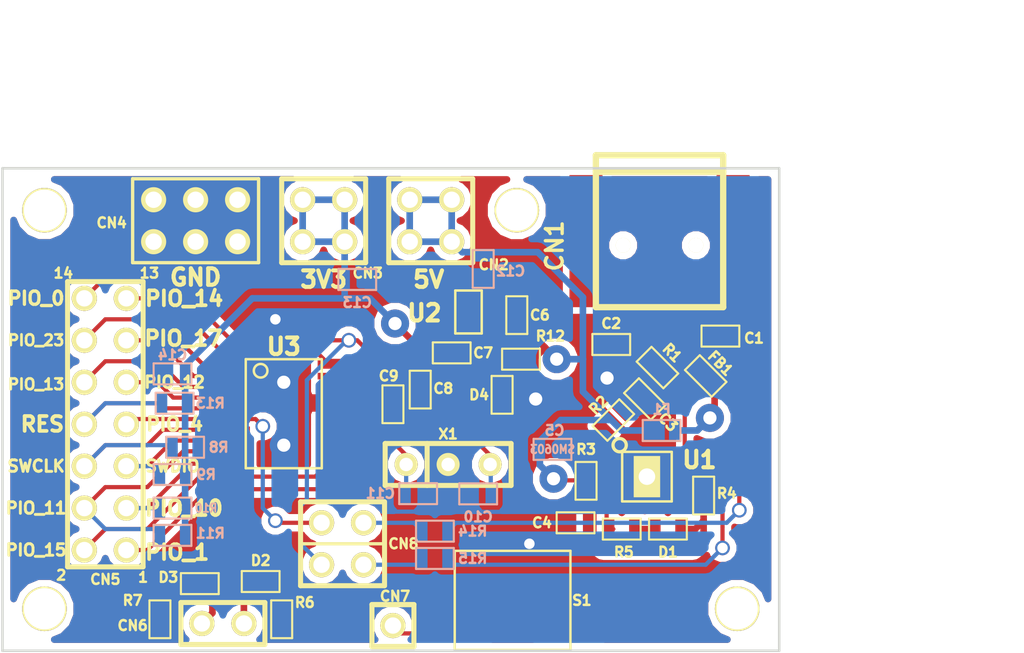
<source format=kicad_pcb>
(kicad_pcb (version 3) (host pcbnew "(2013-07-07 BZR 4022)-stable")

  (general
    (links 32)
    (no_connects 1)
    (area 66.599999 23.820001 132.459999 63.747306)
    (thickness 1.6)
    (drawings 29)
    (tracks 309)
    (zones 0)
    (modules 52)
    (nets 2)
  )

  (page A3)
  (layers
    (15 Gorna signal)
    (0 Dolna signal)
    (16 Kleju_Dolna user)
    (17 Kleju_Gorna user)
    (18 Pasty_Dolna user)
    (19 Pasty_Gorna user)
    (20 Opisowa_Dolna user)
    (21 Opisowa_Gorna user)
    (22 Maski_Dolna user)
    (23 Maski_Gorna user)
    (24 Rysunkowa user)
    (25 Komentarzy user)
    (26 ECO1 user)
    (27 ECO2 user)
    (28 Krawedziowa user)
  )

  (setup
    (last_trace_width 0.254)
    (user_trace_width 0.3)
    (user_trace_width 0.35)
    (user_trace_width 0.4)
    (user_trace_width 0.45)
    (user_trace_width 0.5)
    (user_trace_width 0.55)
    (trace_clearance 0.254)
    (zone_clearance 0.4)
    (zone_45_only no)
    (trace_min 0.254)
    (segment_width 0.2)
    (edge_width 0.15)
    (via_size 0.889)
    (via_drill 0.635)
    (via_min_size 0.889)
    (via_min_drill 0.508)
    (user_via 1.7 0.8)
    (uvia_size 0.508)
    (uvia_drill 0.127)
    (uvias_allowed no)
    (uvia_min_size 0.508)
    (uvia_min_drill 0.127)
    (pcb_text_width 0.3)
    (pcb_text_size 1.5 1.5)
    (mod_edge_width 0.15)
    (mod_text_size 1.5 1.5)
    (mod_text_width 0.15)
    (pad_size 0.4 1.3)
    (pad_drill 0)
    (pad_to_mask_clearance 0.1)
    (aux_axis_origin 66.675 33.655)
    (visible_elements 7FFFFFFF)
    (pcbplotparams
      (layerselection 284196865)
      (usegerberextensions true)
      (excludeedgelayer true)
      (linewidth 0.020000)
      (plotframeref false)
      (viasonmask false)
      (mode 1)
      (useauxorigin true)
      (hpglpennumber 1)
      (hpglpenspeed 20)
      (hpglpendiameter 15)
      (hpglpenoverlay 2)
      (psnegative false)
      (psa4output false)
      (plotreference true)
      (plotvalue true)
      (plotothertext true)
      (plotinvisibletext false)
      (padsonsilk false)
      (subtractmaskfromsilk true)
      (outputformat 1)
      (mirror false)
      (drillshape 0)
      (scaleselection 1)
      (outputdirectory C:/Users/ADR/Desktop/SpiToCanFdBoard/LPC8XX_Board/FinalPrint/LPC8XX_Board/))
  )

  (net 0 "")
  (net 1 N-000001)

  (net_class Default "To jest domyślna klasa połączeń."
    (clearance 0.254)
    (trace_width 0.254)
    (via_dia 0.889)
    (via_drill 0.635)
    (uvia_dia 0.508)
    (uvia_drill 0.127)
    (add_net "")
    (add_net N-000001)
  )

  (module DFN12_long_pad (layer Gorna) (tedit 61ACBBB3) (tstamp 61A744AA)
    (at 105.664 52.324)
    (descr "module 1 pin (ou trou mecanique de percage)")
    (tags DEV)
    (path 1pin)
    (fp_text reference DFN12 (at 0 -1) (layer Opisowa_Gorna) hide
      (effects (font (size 0.5 0.2) (thickness 0.05)))
    )
    (fp_text value U1 (at 3.175 -1.016) (layer Opisowa_Gorna)
      (effects (font (size 1 1) (thickness 0.25)))
    )
    (fp_line (start -1.5 -1.5) (end 1.5 -1.5) (layer Opisowa_Gorna) (width 0.15))
    (fp_line (start 1.5 -1.5) (end 1.5 1.5) (layer Opisowa_Gorna) (width 0.15))
    (fp_line (start 1.5 1.5) (end -1.5 1.5) (layer Opisowa_Gorna) (width 0.15))
    (fp_line (start -1.5 1.5) (end -1.5 -1.5) (layer Opisowa_Gorna) (width 0.15))
    (pad 12 smd rect (at 1.6 -1.125) (size 1 0.25)
      (layers Gorna Pasty_Gorna Maski_Gorna)
    )
    (pad 6 smd rect (at -1.6 1.125) (size 1 0.25)
      (layers Gorna Pasty_Gorna Maski_Gorna)
    )
    (pad 2 smd rect (at -1.6 -0.675) (size 1 0.25)
      (layers Gorna Pasty_Gorna Maski_Gorna)
    )
    (pad 5 smd rect (at -1.6 0.675) (size 1 0.25)
      (layers Gorna Pasty_Gorna Maski_Gorna)
      (net 1 N-000001)
    )
    (pad 3 smd rect (at -1.6 -0.225) (size 1 0.25)
      (layers Gorna Pasty_Gorna Maski_Gorna)
    )
    (pad 4 smd rect (at -1.6 0.225) (size 1 0.25)
      (layers Gorna Pasty_Gorna Maski_Gorna)
    )
    (pad 9 smd rect (at 1.6 0.225) (size 1 0.25)
      (layers Gorna Pasty_Gorna Maski_Gorna)
    )
    (pad 13 thru_hole rect (at 0 0) (size 1.6 2.5) (drill 1)
      (layers *.Cu *.Mask Opisowa_Gorna)
      (net 1 N-000001)
    )
    (pad 10 smd rect (at 1.6 -0.225) (size 1 0.25)
      (layers Gorna Pasty_Gorna Maski_Gorna)
    )
    (pad 8 smd rect (at 1.6 0.675) (size 1 0.25)
      (layers Gorna Pasty_Gorna Maski_Gorna)
    )
    (pad 11 smd rect (at 1.6 -0.675) (size 1 0.25)
      (layers Gorna Pasty_Gorna Maski_Gorna)
    )
    (pad 7 smd rect (at 1.6 1.125) (size 1 0.25)
      (layers Gorna Pasty_Gorna Maski_Gorna)
    )
    (pad 1 smd rect (at -1.6 -1.125) (size 1 0.25)
      (layers Gorna Pasty_Gorna Maski_Gorna)
    )
  )

  (module pin_array_7x2 (layer Gorna) (tedit 61AB5786) (tstamp 61A6E397)
    (at 72.898 49.149 90)
    (descr "Double rangee de contacts 2 x 8 pins")
    (tags CONN)
    (fp_text reference PIN_ARRAY_7x2 (at 0.254 0.127 90) (layer Opisowa_Gorna) hide
      (effects (font (size 0.3 0.3) (thickness 0.075)))
    )
    (fp_text value CN5 (at -9.398 0 180) (layer Opisowa_Gorna)
      (effects (font (size 0.6 0.6) (thickness 0.15)))
    )
    (fp_line (start -8.636 2.286) (end 8.636 2.286) (layer Opisowa_Gorna) (width 0.3))
    (fp_line (start 8.636 -2.286) (end -8.636 -2.286) (layer Opisowa_Gorna) (width 0.3))
    (fp_line (start 8.636 -2.286) (end 8.636 2.286) (layer Opisowa_Gorna) (width 0.3))
    (fp_line (start -8.636 2.286) (end -8.636 -2.286) (layer Opisowa_Gorna) (width 0.3048))
    (pad 1 thru_hole circle (at -7.62 1.27 90) (size 1.524 1.524) (drill 0.99)
      (layers *.Cu *.Mask Opisowa_Gorna)
    )
    (pad 2 thru_hole circle (at -7.62 -1.27 90) (size 1.524 1.524) (drill 0.99)
      (layers *.Cu *.Mask Opisowa_Gorna)
    )
    (pad 3 thru_hole circle (at -5.08 1.27 90) (size 1.524 1.524) (drill 0.99)
      (layers *.Cu *.Mask Opisowa_Gorna)
    )
    (pad 4 thru_hole circle (at -5.08 -1.27 90) (size 1.524 1.524) (drill 0.99)
      (layers *.Cu *.Mask Opisowa_Gorna)
    )
    (pad 5 thru_hole circle (at -2.54 1.27 90) (size 1.524 1.524) (drill 0.99)
      (layers *.Cu *.Mask Opisowa_Gorna)
    )
    (pad 6 thru_hole circle (at -2.54 -1.27 90) (size 1.524 1.524) (drill 0.99)
      (layers *.Cu *.Mask Opisowa_Gorna)
    )
    (pad 7 thru_hole circle (at 0 1.27 90) (size 1.524 1.524) (drill 0.99)
      (layers *.Cu *.Mask Opisowa_Gorna)
    )
    (pad 8 thru_hole circle (at 0 -1.27 90) (size 1.524 1.524) (drill 0.99)
      (layers *.Cu *.Mask Opisowa_Gorna)
    )
    (pad 9 thru_hole circle (at 2.54 1.27 90) (size 1.524 1.524) (drill 0.99)
      (layers *.Cu *.Mask Opisowa_Gorna)
    )
    (pad 10 thru_hole circle (at 2.54 -1.27 90) (size 1.524 1.524) (drill 0.99)
      (layers *.Cu *.Mask Opisowa_Gorna)
    )
    (pad 11 thru_hole circle (at 5.08 1.27 90) (size 1.524 1.524) (drill 0.99)
      (layers *.Cu *.Mask Opisowa_Gorna)
    )
    (pad 12 thru_hole circle (at 5.08 -1.27 90) (size 1.524 1.524) (drill 0.99)
      (layers *.Cu *.Mask Opisowa_Gorna)
    )
    (pad 13 thru_hole circle (at 7.62 1.27 90) (size 1.524 1.524) (drill 0.99)
      (layers *.Cu *.Mask Opisowa_Gorna)
    )
    (pad 14 thru_hole circle (at 7.62 -1.27 90) (size 1.524 1.524) (drill 0.99)
      (layers *.Cu *.Mask Opisowa_Gorna)
    )
    (model pin_array/pins_array_8x2.wrl
      (at (xyz 0 0 0))
      (scale (xyz 1 1 1))
      (rotate (xyz 0 0 0))
    )
  )

  (module PIN_ARRAY_2X2 (layer Gorna) (tedit 61AB5720) (tstamp 6190048F)
    (at 92.583 36.83)
    (descr "Double rangee de contacts 2 x 2 pins")
    (tags CONN)
    (fp_text reference PIN_ARRAY_2X2 (at 0.127 0) (layer Opisowa_Gorna) hide
      (effects (font (size 0.3 0.3) (thickness 0.075)))
    )
    (fp_text value CN2 (at 3.81 2.667) (layer Opisowa_Gorna)
      (effects (font (size 0.6 0.6) (thickness 0.15)))
    )
    (fp_line (start -2.54 -2.54) (end 2.54 -2.54) (layer Opisowa_Gorna) (width 0.3048))
    (fp_line (start 2.54 -2.54) (end 2.54 2.54) (layer Opisowa_Gorna) (width 0.3048))
    (fp_line (start 2.54 2.54) (end -2.54 2.54) (layer Opisowa_Gorna) (width 0.3048))
    (fp_line (start -2.54 2.54) (end -2.54 -2.54) (layer Opisowa_Gorna) (width 0.3048))
    (pad 1 thru_hole circle (at -1.27 1.27) (size 1.524 1.524) (drill 0.99)
      (layers *.Cu *.Mask Opisowa_Gorna)
    )
    (pad 2 thru_hole circle (at -1.27 -1.27) (size 1.524 1.524) (drill 0.99)
      (layers *.Cu *.Mask Opisowa_Gorna)
    )
    (pad 3 thru_hole circle (at 1.27 1.27) (size 1.524 1.524) (drill 0.99)
      (layers *.Cu *.Mask Opisowa_Gorna)
    )
    (pad 4 thru_hole circle (at 1.27 -1.27) (size 1.524 1.524) (drill 0.99)
      (layers *.Cu *.Mask Opisowa_Gorna)
    )
    (model pin_array/pins_array_2x2.wrl
      (at (xyz 0 0 0))
      (scale (xyz 1 1 1))
      (rotate (xyz 0 0 0))
    )
  )

  (module SM0603 (layer Gorna) (tedit 61A93B24) (tstamp 54AC4B03)
    (at 105.537 47.625 315)
    (attr smd)
    (fp_text reference SM0603 (at 0 0 315) (layer Opisowa_Gorna) hide
      (effects (font (size 0.508 0.4572) (thickness 0.1143)))
    )
    (fp_text value C3 (at 1.975656 0 315) (layer Opisowa_Gorna)
      (effects (font (size 0.6 0.6) (thickness 0.15)))
    )
    (fp_line (start -1.143 -0.635) (end 1.143 -0.635) (layer Opisowa_Gorna) (width 0.127))
    (fp_line (start 1.143 -0.635) (end 1.143 0.635) (layer Opisowa_Gorna) (width 0.127))
    (fp_line (start 1.143 0.635) (end -1.143 0.635) (layer Opisowa_Gorna) (width 0.127))
    (fp_line (start -1.143 0.635) (end -1.143 -0.635) (layer Opisowa_Gorna) (width 0.127))
    (pad 1 smd rect (at -0.762 0 315) (size 0.635 1.143)
      (layers Gorna Pasty_Gorna Maski_Gorna)
    )
    (pad 2 smd rect (at 0.761999 0 315) (size 0.635 1.143)
      (layers Gorna Pasty_Gorna Maski_Gorna)
      (net 1 N-000001)
    )
    (model smd\resistors\R0603.wrl
      (at (xyz 0 0 0.001))
      (scale (xyz 0.5 0.5 0.5))
      (rotate (xyz 0 0 0))
    )
  )

  (module SM0603 (layer Gorna) (tedit 61A93AE0) (tstamp 54AC4B17)
    (at 103.505 44.323 180)
    (attr smd)
    (fp_text reference SM0603 (at 0 0 180) (layer Opisowa_Gorna) hide
      (effects (font (size 0.508 0.4572) (thickness 0.1143)))
    )
    (fp_text value C2 (at 0 1.27 180) (layer Opisowa_Gorna)
      (effects (font (size 0.6 0.6) (thickness 0.15)))
    )
    (fp_line (start -1.143 -0.635) (end 1.143 -0.635) (layer Opisowa_Gorna) (width 0.127))
    (fp_line (start 1.143 -0.635) (end 1.143 0.635) (layer Opisowa_Gorna) (width 0.127))
    (fp_line (start 1.143 0.635) (end -1.143 0.635) (layer Opisowa_Gorna) (width 0.127))
    (fp_line (start -1.143 0.635) (end -1.143 -0.635) (layer Opisowa_Gorna) (width 0.127))
    (pad 1 smd rect (at -0.762 0 180) (size 0.635 1.143)
      (layers Gorna Pasty_Gorna Maski_Gorna)
    )
    (pad 2 smd rect (at 0.761999 0 180) (size 0.635 1.143)
      (layers Gorna Pasty_Gorna Maski_Gorna)
      (net 1 N-000001)
    )
    (model smd\resistors\R0603.wrl
      (at (xyz 0 0 0.001))
      (scale (xyz 0.5 0.5 0.5))
      (rotate (xyz 0 0 0))
    )
  )

  (module SM0603 (layer Gorna) (tedit 61AD0925) (tstamp 54AC4C09)
    (at 103.632 48.895 225)
    (attr smd)
    (fp_text reference SM0603 (at 0 0 225) (layer Opisowa_Gorna) hide
      (effects (font (size 0.508 0.4572) (thickness 0.1143)))
    )
    (fp_text value R2 (at 0 1.257236 225) (layer Opisowa_Gorna)
      (effects (font (size 0.6 0.6) (thickness 0.15)))
    )
    (fp_line (start -1.143 -0.635) (end 1.143 -0.635) (layer Opisowa_Gorna) (width 0.127))
    (fp_line (start 1.143 -0.635) (end 1.143 0.635) (layer Opisowa_Gorna) (width 0.127))
    (fp_line (start 1.143 0.635) (end -1.143 0.635) (layer Opisowa_Gorna) (width 0.127))
    (fp_line (start -1.143 0.635) (end -1.143 -0.635) (layer Opisowa_Gorna) (width 0.127))
    (pad 1 smd rect (at -0.762 0 225) (size 0.635 1.143)
      (layers Gorna Pasty_Gorna Maski_Gorna)
    )
    (pad 2 smd rect (at 0.762 0 225) (size 0.635 1.143)
      (layers Gorna Pasty_Gorna Maski_Gorna)
    )
    (model smd\resistors\R0603.wrl
      (at (xyz 0 0 0.001))
      (scale (xyz 0.5 0.5 0.5))
      (rotate (xyz 0 0 0))
    )
  )

  (module SM0603 (layer Gorna) (tedit 61A93AF7) (tstamp 54AC4C28)
    (at 106.299 45.72 135)
    (attr smd)
    (fp_text reference SM0603 (at 0 0 135) (layer Opisowa_Gorna) hide
      (effects (font (size 0.508 0.4572) (thickness 0.1143)))
    )
    (fp_text value R1 (at 0 1.257236 135) (layer Opisowa_Gorna)
      (effects (font (size 0.6 0.6) (thickness 0.15)))
    )
    (fp_line (start -1.143 -0.635) (end 1.143 -0.635) (layer Opisowa_Gorna) (width 0.127))
    (fp_line (start 1.143 -0.635) (end 1.143 0.635) (layer Opisowa_Gorna) (width 0.127))
    (fp_line (start 1.143 0.635) (end -1.143 0.635) (layer Opisowa_Gorna) (width 0.127))
    (fp_line (start -1.143 0.635) (end -1.143 -0.635) (layer Opisowa_Gorna) (width 0.127))
    (pad 1 smd rect (at -0.762 0 135) (size 0.635 1.143)
      (layers Gorna Pasty_Gorna Maski_Gorna)
    )
    (pad 2 smd rect (at 0.762 0 135) (size 0.635 1.143)
      (layers Gorna Pasty_Gorna Maski_Gorna)
    )
    (model smd\resistors\R0603.wrl
      (at (xyz 0 0 0.001))
      (scale (xyz 0.5 0.5 0.5))
      (rotate (xyz 0 0 0))
    )
  )

  (module SM0603 (layer Gorna) (tedit 61AABC65) (tstamp 54AC4D2D)
    (at 109.093 53.467 270)
    (attr smd)
    (fp_text reference SM0603 (at 0 0 270) (layer Opisowa_Gorna) hide
      (effects (font (size 0.508 0.4572) (thickness 0.1143)))
    )
    (fp_text value R4 (at -0.127 -1.397 360) (layer Opisowa_Gorna)
      (effects (font (size 0.6 0.6) (thickness 0.15)))
    )
    (fp_line (start -1.143 -0.635) (end 1.143 -0.635) (layer Opisowa_Gorna) (width 0.127))
    (fp_line (start 1.143 -0.635) (end 1.143 0.635) (layer Opisowa_Gorna) (width 0.127))
    (fp_line (start 1.143 0.635) (end -1.143 0.635) (layer Opisowa_Gorna) (width 0.127))
    (fp_line (start -1.143 0.635) (end -1.143 -0.635) (layer Opisowa_Gorna) (width 0.127))
    (pad 1 smd rect (at -0.762 0 270) (size 0.635 1.143)
      (layers Gorna Pasty_Gorna Maski_Gorna)
    )
    (pad 2 smd rect (at 0.762 0 270) (size 0.635 1.143)
      (layers Gorna Pasty_Gorna Maski_Gorna)
    )
    (model smd\resistors\R0603.wrl
      (at (xyz 0 0 0.001))
      (scale (xyz 0.5 0.5 0.5))
      (rotate (xyz 0 0 0))
    )
  )

  (module SM0603 (layer Gorna) (tedit 61A93B5C) (tstamp 54ACFBE7)
    (at 106.934 55.499)
    (attr smd)
    (fp_text reference SM0603 (at 0 0) (layer Opisowa_Gorna) hide
      (effects (font (size 0.508 0.4572) (thickness 0.1143)))
    )
    (fp_text value D1 (at 0 1.397) (layer Opisowa_Gorna)
      (effects (font (size 0.6 0.6) (thickness 0.15)))
    )
    (fp_line (start -1.143 -0.635) (end 1.143 -0.635) (layer Opisowa_Gorna) (width 0.127))
    (fp_line (start 1.143 -0.635) (end 1.143 0.635) (layer Opisowa_Gorna) (width 0.127))
    (fp_line (start 1.143 0.635) (end -1.143 0.635) (layer Opisowa_Gorna) (width 0.127))
    (fp_line (start -1.143 0.635) (end -1.143 -0.635) (layer Opisowa_Gorna) (width 0.127))
    (pad 1 smd rect (at -0.762 0) (size 0.635 1.143)
      (layers Gorna Pasty_Gorna Maski_Gorna)
    )
    (pad 2 smd rect (at 0.762 0) (size 0.635 1.143)
      (layers Gorna Pasty_Gorna Maski_Gorna)
    )
    (model smd\resistors\R0603.wrl
      (at (xyz 0 0 0.001))
      (scale (xyz 0.5 0.5 0.5))
      (rotate (xyz 0 0 0))
    )
  )

  (module SM0603 (layer Gorna) (tedit 61AABC93) (tstamp 54ACFBFA)
    (at 104.14 55.499)
    (attr smd)
    (fp_text reference SM0603 (at 0 0) (layer Opisowa_Gorna) hide
      (effects (font (size 0.508 0.4572) (thickness 0.1143)))
    )
    (fp_text value R5 (at 0.127 1.397) (layer Opisowa_Gorna)
      (effects (font (size 0.6 0.6) (thickness 0.15)))
    )
    (fp_line (start -1.143 -0.635) (end 1.143 -0.635) (layer Opisowa_Gorna) (width 0.127))
    (fp_line (start 1.143 -0.635) (end 1.143 0.635) (layer Opisowa_Gorna) (width 0.127))
    (fp_line (start 1.143 0.635) (end -1.143 0.635) (layer Opisowa_Gorna) (width 0.127))
    (fp_line (start -1.143 0.635) (end -1.143 -0.635) (layer Opisowa_Gorna) (width 0.127))
    (pad 1 smd rect (at -0.762 0) (size 0.635 1.143)
      (layers Gorna Pasty_Gorna Maski_Gorna)
    )
    (pad 2 smd rect (at 0.762 0) (size 0.635 1.143)
      (layers Gorna Pasty_Gorna Maski_Gorna)
    )
    (model smd\resistors\R0603.wrl
      (at (xyz 0 0 0.001))
      (scale (xyz 0.5 0.5 0.5))
      (rotate (xyz 0 0 0))
    )
  )

  (module SM0603 (layer Gorna) (tedit 61AABC7D) (tstamp 54ACFCA7)
    (at 101.981 52.578 270)
    (attr smd)
    (fp_text reference SM0603 (at 0 0 270) (layer Opisowa_Gorna) hide
      (effects (font (size 0.508 0.4572) (thickness 0.1143)))
    )
    (fp_text value R3 (at -1.905 0 360) (layer Opisowa_Gorna)
      (effects (font (size 0.6 0.6) (thickness 0.15)))
    )
    (fp_line (start -1.143 -0.635) (end 1.143 -0.635) (layer Opisowa_Gorna) (width 0.127))
    (fp_line (start 1.143 -0.635) (end 1.143 0.635) (layer Opisowa_Gorna) (width 0.127))
    (fp_line (start 1.143 0.635) (end -1.143 0.635) (layer Opisowa_Gorna) (width 0.127))
    (fp_line (start -1.143 0.635) (end -1.143 -0.635) (layer Opisowa_Gorna) (width 0.127))
    (pad 1 smd rect (at -0.762 0 270) (size 0.635 1.143)
      (layers Gorna Pasty_Gorna Maski_Gorna)
    )
    (pad 2 smd rect (at 0.762 0 270) (size 0.635 1.143)
      (layers Gorna Pasty_Gorna Maski_Gorna)
    )
    (model smd\resistors\R0603.wrl
      (at (xyz 0 0 0.001))
      (scale (xyz 0.5 0.5 0.5))
      (rotate (xyz 0 0 0))
    )
  )

  (module SM0603 (layer Gorna) (tedit 61AABCC0) (tstamp 54ACFD2A)
    (at 101.346 55.118)
    (attr smd)
    (fp_text reference SM0603 (at 0 0) (layer Opisowa_Gorna) hide
      (effects (font (size 0.508 0.4572) (thickness 0.1143)))
    )
    (fp_text value C4 (at -2.032 0) (layer Opisowa_Gorna)
      (effects (font (size 0.6 0.6) (thickness 0.15)))
    )
    (fp_line (start -1.143 -0.635) (end 1.143 -0.635) (layer Opisowa_Gorna) (width 0.127))
    (fp_line (start 1.143 -0.635) (end 1.143 0.635) (layer Opisowa_Gorna) (width 0.127))
    (fp_line (start 1.143 0.635) (end -1.143 0.635) (layer Opisowa_Gorna) (width 0.127))
    (fp_line (start -1.143 0.635) (end -1.143 -0.635) (layer Opisowa_Gorna) (width 0.127))
    (pad 1 smd rect (at -0.761999 0) (size 0.635 1.143)
      (layers Gorna Pasty_Gorna Maski_Gorna)
      (net 1 N-000001)
    )
    (pad 2 smd rect (at 0.762 0) (size 0.635 1.143)
      (layers Gorna Pasty_Gorna Maski_Gorna)
    )
    (model smd\resistors\R0603.wrl
      (at (xyz 0 0 0.001))
      (scale (xyz 0.5 0.5 0.5))
      (rotate (xyz 0 0 0))
    )
  )

  (module SM0603 (layer Dolna) (tedit 61AABE12) (tstamp 54ACFD4D)
    (at 99.949 50.673 180)
    (attr smd)
    (fp_text reference SM0603 (at 0 0 180) (layer Opisowa_Dolna)
      (effects (font (size 0.508 0.4572) (thickness 0.1143)) (justify mirror))
    )
    (fp_text value C5 (at -0.127 1.143 180) (layer Opisowa_Dolna)
      (effects (font (size 0.6 0.6) (thickness 0.15)) (justify mirror))
    )
    (fp_line (start -1.143 0.635) (end 1.143 0.635) (layer Opisowa_Dolna) (width 0.127))
    (fp_line (start 1.143 0.635) (end 1.143 -0.635) (layer Opisowa_Dolna) (width 0.127))
    (fp_line (start 1.143 -0.635) (end -1.143 -0.635) (layer Opisowa_Dolna) (width 0.127))
    (fp_line (start -1.143 -0.635) (end -1.143 0.635) (layer Opisowa_Dolna) (width 0.127))
    (pad 1 smd rect (at -0.762 0 180) (size 0.635 1.143)
      (layers Dolna Pasty_Dolna Maski_Dolna)
      (net 1 N-000001)
    )
    (pad 2 smd rect (at 0.762 0 180) (size 0.635 1.143)
      (layers Dolna Pasty_Dolna Maski_Dolna)
    )
    (model smd\resistors\R0603.wrl
      (at (xyz 0 0 0.001))
      (scale (xyz 0.5 0.5 0.5))
      (rotate (xyz 0 0 0))
    )
  )

  (module SM0603 (layer Gorna) (tedit 61A93AA7) (tstamp 54ACFF98)
    (at 110.109 43.815)
    (attr smd)
    (fp_text reference SM0603 (at 0 0) (layer Opisowa_Gorna) hide
      (effects (font (size 0.508 0.4572) (thickness 0.1143)))
    )
    (fp_text value C1 (at 2.032 0.127) (layer Opisowa_Gorna)
      (effects (font (size 0.6 0.6) (thickness 0.15)))
    )
    (fp_line (start -1.143 -0.635) (end 1.143 -0.635) (layer Opisowa_Gorna) (width 0.127))
    (fp_line (start 1.143 -0.635) (end 1.143 0.635) (layer Opisowa_Gorna) (width 0.127))
    (fp_line (start 1.143 0.635) (end -1.143 0.635) (layer Opisowa_Gorna) (width 0.127))
    (fp_line (start -1.143 0.635) (end -1.143 -0.635) (layer Opisowa_Gorna) (width 0.127))
    (pad 1 smd rect (at -0.762 0) (size 0.635 1.143)
      (layers Gorna Pasty_Gorna Maski_Gorna)
    )
    (pad 2 smd rect (at 0.762 0) (size 0.635 1.143)
      (layers Gorna Pasty_Gorna Maski_Gorna)
      (net 1 N-000001)
    )
    (model smd\resistors\R0603.wrl
      (at (xyz 0 0 0.001))
      (scale (xyz 0.5 0.5 0.5))
      (rotate (xyz 0 0 0))
    )
  )

  (module SM0603 (layer Gorna) (tedit 61A93ABB) (tstamp 54ACFFCC)
    (at 109.22 46.228 315)
    (attr smd)
    (fp_text reference SM0603 (at 0 0 315) (layer Opisowa_Gorna) hide
      (effects (font (size 0.508 0.4572) (thickness 0.1143)))
    )
    (fp_text value FB1 (at 0.089803 -1.167433 315) (layer Opisowa_Gorna)
      (effects (font (size 0.6 0.6) (thickness 0.15)))
    )
    (fp_line (start -1.143 -0.635) (end 1.143 -0.635) (layer Opisowa_Gorna) (width 0.127))
    (fp_line (start 1.143 -0.635) (end 1.143 0.635) (layer Opisowa_Gorna) (width 0.127))
    (fp_line (start 1.143 0.635) (end -1.143 0.635) (layer Opisowa_Gorna) (width 0.127))
    (fp_line (start -1.143 0.635) (end -1.143 -0.635) (layer Opisowa_Gorna) (width 0.127))
    (pad 1 smd rect (at -0.762 0 315) (size 0.635 1.143)
      (layers Gorna Pasty_Gorna Maski_Gorna)
    )
    (pad 2 smd rect (at 0.762 0 315) (size 0.635 1.143)
      (layers Gorna Pasty_Gorna Maski_Gorna)
    )
    (model smd\resistors\R0603.wrl
      (at (xyz 0 0 0.001))
      (scale (xyz 0.5 0.5 0.5))
      (rotate (xyz 0 0 0))
    )
  )

  (module SM0603 (layer Dolna) (tedit 61AB4FDC) (tstamp 619063DF)
    (at 95.758 39.751 90)
    (attr smd)
    (fp_text reference SM0603 (at 0 0 90) (layer Opisowa_Dolna) hide
      (effects (font (size 0.508 0.4572) (thickness 0.1143)) (justify mirror))
    )
    (fp_text value C12 (at -0.127 1.651 180) (layer Opisowa_Dolna)
      (effects (font (size 0.6 0.6) (thickness 0.15)) (justify mirror))
    )
    (fp_line (start -1.143 0.635) (end 1.143 0.635) (layer Opisowa_Dolna) (width 0.127))
    (fp_line (start 1.143 0.635) (end 1.143 -0.635) (layer Opisowa_Dolna) (width 0.127))
    (fp_line (start 1.143 -0.635) (end -1.143 -0.635) (layer Opisowa_Dolna) (width 0.127))
    (fp_line (start -1.143 -0.635) (end -1.143 0.635) (layer Opisowa_Dolna) (width 0.127))
    (pad 1 smd rect (at -0.762 0 90) (size 0.635 1.143)
      (layers Dolna Pasty_Dolna Maski_Dolna)
      (net 1 N-000001)
    )
    (pad 2 smd rect (at 0.762 0 90) (size 0.635 1.143)
      (layers Dolna Pasty_Dolna Maski_Dolna)
    )
    (model smd\resistors\R0603.wrl
      (at (xyz 0 0 0.001))
      (scale (xyz 0.5 0.5 0.5))
      (rotate (xyz 0 0 0))
    )
  )

  (module TSSOP20 (layer Gorna) (tedit 61ACA566) (tstamp 61922C12)
    (at 83.693 48.514 270)
    (fp_text reference TSSOP20 (at 0 -1.2 270) (layer Opisowa_Gorna) hide
      (effects (font (size 0.6 0.6) (thickness 0.15)))
    )
    (fp_text value U3 (at -4.064 0 360) (layer Opisowa_Gorna)
      (effects (font (size 1 1) (thickness 0.25)))
    )
    (fp_circle (center -2.6 1.4) (end -2.2 1.5) (layer Opisowa_Gorna) (width 0.15))
    (fp_line (start -3.3 -2.3) (end 3.3 -2.3) (layer Opisowa_Gorna) (width 0.15))
    (fp_line (start 3.3 -2.3) (end 3.3 2.3) (layer Opisowa_Gorna) (width 0.15))
    (fp_line (start 3.3 2.3) (end -3.3 2.3) (layer Opisowa_Gorna) (width 0.15))
    (fp_line (start -3.3 2.3) (end -3.3 -2.3) (layer Opisowa_Gorna) (width 0.15))
    (pad 15 smd rect (at 0.325 -3.3 270) (size 0.4 2.5)
      (layers Gorna Pasty_Gorna Maski_Gorna)
    )
    (pad 14 smd rect (at 0.975 -3.3 270) (size 0.4 2.5)
      (layers Gorna Pasty_Gorna Maski_Gorna)
    )
    (pad 13 smd rect (at 1.625 -3.3 270) (size 0.4 2.5)
      (layers Gorna Pasty_Gorna Maski_Gorna)
    )
    (pad 12 smd rect (at 2.275 -3.3 270) (size 0.4 2.5)
      (layers Gorna Pasty_Gorna Maski_Gorna)
    )
    (pad 11 smd rect (at 3.025 -3.3 270) (size 0.6 2.5)
      (layers Gorna Pasty_Gorna Maski_Gorna)
    )
    (pad 16 smd rect (at -0.325 -3.3 270) (size 0.4 2.5)
      (layers Gorna Pasty_Gorna Maski_Gorna)
      (net 1 N-000001)
    )
    (pad 17 smd rect (at -0.975 -3.3 270) (size 0.4 2.5)
      (layers Gorna Pasty_Gorna Maski_Gorna)
      (net 1 N-000001)
    )
    (pad 18 smd rect (at -1.625 -3.3 270) (size 0.4 2.5)
      (layers Gorna Pasty_Gorna Maski_Gorna)
    )
    (pad 19 smd rect (at -2.275 -3.3 270) (size 0.4 2.5)
      (layers Gorna Pasty_Gorna Maski_Gorna)
    )
    (pad 20 smd rect (at -3.025 -3.3 270) (size 0.6 2.5)
      (layers Gorna Pasty_Gorna Maski_Gorna)
    )
    (pad 6 smd rect (at 0.325 3.3 270) (size 0.4 2.5)
      (layers Gorna Pasty_Gorna Maski_Gorna)
    )
    (pad 5 smd rect (at -0.325 3.3 270) (size 0.4 2.5)
      (layers Gorna Pasty_Gorna Maski_Gorna)
    )
    (pad 7 smd rect (at 0.975 3.3 270) (size 0.4 2.5)
      (layers Gorna Pasty_Gorna Maski_Gorna)
    )
    (pad 4 smd rect (at -0.975 3.3 270) (size 0.4 2.5)
      (layers Gorna Pasty_Gorna Maski_Gorna)
    )
    (pad 8 smd rect (at 1.625 3.3 270) (size 0.4 2.5)
      (layers Gorna Pasty_Gorna Maski_Gorna)
    )
    (pad 3 smd rect (at -1.625 3.3 270) (size 0.4 2.5)
      (layers Gorna Pasty_Gorna Maski_Gorna)
    )
    (pad 9 smd rect (at 2.275 3.3 270) (size 0.4 2.5)
      (layers Gorna Pasty_Gorna Maski_Gorna)
    )
    (pad 2 smd rect (at -2.275 3.3 270) (size 0.4 2.5)
      (layers Gorna Pasty_Gorna Maski_Gorna)
    )
    (pad 10 smd rect (at 3.025 3.3 270) (size 0.6 2.5)
      (layers Gorna Pasty_Gorna Maski_Gorna)
    )
    (pad 1 smd rect (at -3.025 3.3 270) (size 0.6 2.5)
      (layers Gorna Pasty_Gorna Maski_Gorna)
    )
  )

  (module SOT25 (layer Gorna) (tedit 61AD0971) (tstamp 61928BF6)
    (at 94.869 42.3545 90)
    (descr "module 1 pin (ou trou mecanique de percage)")
    (tags DEV)
    (path 1pin)
    (fp_text reference SOT25 (at 0 -0.5 90) (layer Opisowa_Gorna) hide
      (effects (font (size 0.3 0.3) (thickness 0.075)))
    )
    (fp_text value U2 (at -0.0635 -2.667 180) (layer Opisowa_Gorna)
      (effects (font (size 1 1) (thickness 0.25)))
    )
    (fp_line (start -1.3 -0.8) (end 1.3 -0.8) (layer Opisowa_Gorna) (width 0.15))
    (fp_line (start 1.3 -0.8) (end 1.3 0.8) (layer Opisowa_Gorna) (width 0.15))
    (fp_line (start 1.3 0.8) (end -1.3 0.8) (layer Opisowa_Gorna) (width 0.15))
    (fp_line (start -1.3 0.8) (end -1.3 -0.8) (layer Opisowa_Gorna) (width 0.15))
    (pad 2 smd rect (at 0 1.1 90) (size 0.4 0.8)
      (layers Gorna Pasty_Gorna Maski_Gorna)
      (net 1 N-000001)
    )
    (pad 3 smd rect (at 0.95 1.1 90) (size 0.4 0.8)
      (layers Gorna Pasty_Gorna Maski_Gorna)
    )
    (pad 1 smd rect (at -0.95 1.1 90) (size 0.4 0.8)
      (layers Gorna Pasty_Gorna Maski_Gorna)
    )
    (pad 4 smd rect (at 0.95 -1.1 90) (size 0.4 1.3)
      (layers Gorna Pasty_Gorna Maski_Gorna)
    )
    (pad 5 smd rect (at -0.95 -1.1 90) (size 0.4 1.3)
      (layers Gorna Pasty_Gorna Maski_Gorna)
    )
  )

  (module SM0603 (layer Gorna) (tedit 61AABFB8) (tstamp 6192EC36)
    (at 90.297 47.9425 90)
    (attr smd)
    (fp_text reference SM0603 (at 0 0 90) (layer Opisowa_Gorna) hide
      (effects (font (size 0.508 0.4572) (thickness 0.1143)))
    )
    (fp_text value C9 (at 1.7145 -0.254 180) (layer Opisowa_Gorna)
      (effects (font (size 0.6 0.6) (thickness 0.15)))
    )
    (fp_line (start -1.143 -0.635) (end 1.143 -0.635) (layer Opisowa_Gorna) (width 0.127))
    (fp_line (start 1.143 -0.635) (end 1.143 0.635) (layer Opisowa_Gorna) (width 0.127))
    (fp_line (start 1.143 0.635) (end -1.143 0.635) (layer Opisowa_Gorna) (width 0.127))
    (fp_line (start -1.143 0.635) (end -1.143 -0.635) (layer Opisowa_Gorna) (width 0.127))
    (pad 1 smd rect (at -0.762 0 90) (size 0.635 1.143)
      (layers Gorna Pasty_Gorna Maski_Gorna)
    )
    (pad 2 smd rect (at 0.762 0 90) (size 0.635 1.143)
      (layers Gorna Pasty_Gorna Maski_Gorna)
      (net 1 N-000001)
    )
    (model smd\resistors\R0603.wrl
      (at (xyz 0 0 0.001))
      (scale (xyz 0.5 0.5 0.5))
      (rotate (xyz 0 0 0))
    )
  )

  (module SM0603 (layer Gorna) (tedit 61AABFA2) (tstamp 6192EC02)
    (at 91.948 47.0535 90)
    (attr smd)
    (fp_text reference SM0603 (at 0 0 90) (layer Opisowa_Gorna) hide
      (effects (font (size 0.508 0.4572) (thickness 0.1143)))
    )
    (fp_text value C8 (at 0.0635 1.397 180) (layer Opisowa_Gorna)
      (effects (font (size 0.6 0.6) (thickness 0.15)))
    )
    (fp_line (start -1.143 -0.635) (end 1.143 -0.635) (layer Opisowa_Gorna) (width 0.127))
    (fp_line (start 1.143 -0.635) (end 1.143 0.635) (layer Opisowa_Gorna) (width 0.127))
    (fp_line (start 1.143 0.635) (end -1.143 0.635) (layer Opisowa_Gorna) (width 0.127))
    (fp_line (start -1.143 0.635) (end -1.143 -0.635) (layer Opisowa_Gorna) (width 0.127))
    (pad 1 smd rect (at -0.762 0 90) (size 0.635 1.143)
      (layers Gorna Pasty_Gorna Maski_Gorna)
      (net 1 N-000001)
    )
    (pad 2 smd rect (at 0.762 0 90) (size 0.635 1.143)
      (layers Gorna Pasty_Gorna Maski_Gorna)
    )
    (model smd\resistors\R0603.wrl
      (at (xyz 0 0 0.001))
      (scale (xyz 0.5 0.5 0.5))
      (rotate (xyz 0 0 0))
    )
  )

  (module SIL-3 (layer Gorna) (tedit 61AB57BB) (tstamp 61934D18)
    (at 93.6371 51.5874)
    (descr "Connecteur 3 pins")
    (tags "CONN DEV")
    (fp_text reference SIL-3 (at 0 0) (layer Opisowa_Gorna) hide
      (effects (font (size 0.3 0.3) (thickness 0.075)))
    )
    (fp_text value X1 (at 0 -1.8415) (layer Opisowa_Gorna)
      (effects (font (size 0.6 0.6) (thickness 0.15)))
    )
    (fp_line (start -3.81 1.27) (end -3.81 -1.27) (layer Opisowa_Gorna) (width 0.3048))
    (fp_line (start -3.81 -1.27) (end 3.81 -1.27) (layer Opisowa_Gorna) (width 0.3048))
    (fp_line (start 3.81 -1.27) (end 3.81 1.27) (layer Opisowa_Gorna) (width 0.3048))
    (fp_line (start 3.81 1.27) (end -3.81 1.27) (layer Opisowa_Gorna) (width 0.3048))
    (fp_line (start -1.27 -1.27) (end -1.27 1.27) (layer Opisowa_Gorna) (width 0.3048))
    (pad 1 thru_hole circle (at -2.54 0) (size 1.397 1.397) (drill 0.8128)
      (layers *.Cu *.Mask Opisowa_Gorna)
    )
    (pad 2 thru_hole circle (at 0 0) (size 1.397 1.397) (drill 0.8128)
      (layers *.Cu *.Mask Opisowa_Gorna)
      (net 1 N-000001)
    )
    (pad 3 thru_hole circle (at 2.54 0) (size 1.397 1.397) (drill 0.8128)
      (layers *.Cu *.Mask Opisowa_Gorna)
    )
  )

  (module SM0603 (layer Dolna) (tedit 61AD0CA4) (tstamp 61934D4F)
    (at 91.821 53.3527 180)
    (attr smd)
    (fp_text reference SM0603 (at 0 0 180) (layer Opisowa_Dolna) hide
      (effects (font (size 0.508 0.4572) (thickness 0.1143)) (justify mirror))
    )
    (fp_text value C11 (at 2.286 0.0127 180) (layer Opisowa_Dolna)
      (effects (font (size 0.6 0.6) (thickness 0.15)) (justify mirror))
    )
    (fp_line (start -1.143 0.635) (end 1.143 0.635) (layer Opisowa_Dolna) (width 0.127))
    (fp_line (start 1.143 0.635) (end 1.143 -0.635) (layer Opisowa_Dolna) (width 0.127))
    (fp_line (start 1.143 -0.635) (end -1.143 -0.635) (layer Opisowa_Dolna) (width 0.127))
    (fp_line (start -1.143 -0.635) (end -1.143 0.635) (layer Opisowa_Dolna) (width 0.127))
    (pad 1 smd rect (at -0.762 0 180) (size 0.635 1.143)
      (layers Dolna Pasty_Dolna Maski_Dolna)
      (net 1 N-000001)
    )
    (pad 2 smd rect (at 0.762 0 180) (size 0.635 1.143)
      (layers Dolna Pasty_Dolna Maski_Dolna)
    )
    (model smd\resistors\R0603.wrl
      (at (xyz 0 0 0.001))
      (scale (xyz 0.5 0.5 0.5))
      (rotate (xyz 0 0 0))
    )
  )

  (module SM0603 (layer Dolna) (tedit 61AB4FA0) (tstamp 6194CDA7)
    (at 95.4532 53.3654)
    (attr smd)
    (fp_text reference SM0603 (at 0 0) (layer Opisowa_Dolna) hide
      (effects (font (size 0.508 0.4572) (thickness 0.1143)) (justify mirror))
    )
    (fp_text value C10 (at 0 1.397) (layer Opisowa_Dolna)
      (effects (font (size 0.6 0.6) (thickness 0.15)) (justify mirror))
    )
    (fp_line (start -1.143 0.635) (end 1.143 0.635) (layer Opisowa_Dolna) (width 0.127))
    (fp_line (start 1.143 0.635) (end 1.143 -0.635) (layer Opisowa_Dolna) (width 0.127))
    (fp_line (start 1.143 -0.635) (end -1.143 -0.635) (layer Opisowa_Dolna) (width 0.127))
    (fp_line (start -1.143 -0.635) (end -1.143 0.635) (layer Opisowa_Dolna) (width 0.127))
    (pad 1 smd rect (at -0.762 0) (size 0.635 1.143)
      (layers Dolna Pasty_Dolna Maski_Dolna)
      (net 1 N-000001)
    )
    (pad 2 smd rect (at 0.762 0) (size 0.635 1.143)
      (layers Dolna Pasty_Dolna Maski_Dolna)
    )
    (model smd\resistors\R0603.wrl
      (at (xyz 0 0 0.001))
      (scale (xyz 0.5 0.5 0.5))
      (rotate (xyz 0 0 0))
    )
  )

  (module SM0603 (layer Gorna) (tedit 61AB5112) (tstamp 61934DFD)
    (at 93.853 44.831 180)
    (attr smd)
    (fp_text reference SM0603 (at 0 0 180) (layer Opisowa_Gorna) hide
      (effects (font (size 0.508 0.4572) (thickness 0.1143)))
    )
    (fp_text value C7 (at -1.905 0 180) (layer Opisowa_Gorna)
      (effects (font (size 0.6 0.6) (thickness 0.15)))
    )
    (fp_line (start -1.143 -0.635) (end 1.143 -0.635) (layer Opisowa_Gorna) (width 0.127))
    (fp_line (start 1.143 -0.635) (end 1.143 0.635) (layer Opisowa_Gorna) (width 0.127))
    (fp_line (start 1.143 0.635) (end -1.143 0.635) (layer Opisowa_Gorna) (width 0.127))
    (fp_line (start -1.143 0.635) (end -1.143 -0.635) (layer Opisowa_Gorna) (width 0.127))
    (pad 1 smd rect (at -0.762 0 180) (size 0.635 1.143)
      (layers Gorna Pasty_Gorna Maski_Gorna)
      (net 1 N-000001)
    )
    (pad 2 smd rect (at 0.762 0 180) (size 0.635 1.143)
      (layers Gorna Pasty_Gorna Maski_Gorna)
    )
    (model smd\resistors\R0603.wrl
      (at (xyz 0 0 0.001))
      (scale (xyz 0.5 0.5 0.5))
      (rotate (xyz 0 0 0))
    )
  )

  (module SM0603 (layer Gorna) (tedit 61AABF6E) (tstamp 61934F2C)
    (at 97.79 42.545 270)
    (attr smd)
    (fp_text reference SM0603 (at 0 0 270) (layer Opisowa_Gorna) hide
      (effects (font (size 0.508 0.4572) (thickness 0.1143)))
    )
    (fp_text value C6 (at 0 -1.397 360) (layer Opisowa_Gorna)
      (effects (font (size 0.6 0.6) (thickness 0.15)))
    )
    (fp_line (start -1.143 -0.635) (end 1.143 -0.635) (layer Opisowa_Gorna) (width 0.127))
    (fp_line (start 1.143 -0.635) (end 1.143 0.635) (layer Opisowa_Gorna) (width 0.127))
    (fp_line (start 1.143 0.635) (end -1.143 0.635) (layer Opisowa_Gorna) (width 0.127))
    (fp_line (start -1.143 0.635) (end -1.143 -0.635) (layer Opisowa_Gorna) (width 0.127))
    (pad 1 smd rect (at -0.762 0 270) (size 0.635 1.143)
      (layers Gorna Pasty_Gorna Maski_Gorna)
      (net 1 N-000001)
    )
    (pad 2 smd rect (at 0.762 0 270) (size 0.635 1.143)
      (layers Gorna Pasty_Gorna Maski_Gorna)
    )
    (model smd\resistors\R0603.wrl
      (at (xyz 0 0 0.001))
      (scale (xyz 0.5 0.5 0.5))
      (rotate (xyz 0 0 0))
    )
  )

  (module PIN_ARRAY_2X2 (layer Gorna) (tedit 6227BADB) (tstamp 61952CFB)
    (at 87.249 56.388 90)
    (descr "Double rangee de contacts 2 x 2 pins")
    (tags CONN)
    (fp_text reference PIN_ARRAY_2X2 (at -0.254 0.127 90) (layer Opisowa_Gorna) hide
      (effects (font (size 0.3 0.3) (thickness 0.075)))
    )
    (fp_text value CN8 (at 0 3.683 180) (layer Opisowa_Gorna)
      (effects (font (size 0.6 0.6) (thickness 0.15)))
    )
    (fp_line (start -2.54 -2.54) (end 2.54 -2.54) (layer Opisowa_Gorna) (width 0.3048))
    (fp_line (start 2.54 -2.54) (end 2.54 2.54) (layer Opisowa_Gorna) (width 0.3048))
    (fp_line (start 2.54 2.54) (end -2.54 2.54) (layer Opisowa_Gorna) (width 0.3048))
    (fp_line (start -2.54 2.54) (end -2.54 -2.54) (layer Opisowa_Gorna) (width 0.3048))
    (pad 1 thru_hole circle (at -1.27 1.27 90) (size 1.524 1.524) (drill 0.99)
      (layers *.Cu *.Mask Opisowa_Gorna)
    )
    (pad 2 thru_hole circle (at -1.27 -1.27 90) (size 1.524 1.524) (drill 0.99)
      (layers *.Cu *.Mask Opisowa_Gorna)
    )
    (pad 3 thru_hole circle (at 1.27 1.27 90) (size 1.524 1.524) (drill 0.99)
      (layers *.Cu *.Mask Opisowa_Gorna)
    )
    (pad 4 thru_hole circle (at 1.27 -1.27 90) (size 1.524 1.524) (drill 0.99)
      (layers *.Cu *.Mask Opisowa_Gorna)
    )
    (model pin_array/pins_array_2x2.wrl
      (at (xyz 0 0 0))
      (scale (xyz 1 1 1))
      (rotate (xyz 0 0 0))
    )
  )

  (module SM0603 (layer Dolna) (tedit 61AB5253) (tstamp 61952E21)
    (at 76.962 55.88)
    (attr smd)
    (fp_text reference SM0603 (at 0 0) (layer Opisowa_Dolna) hide
      (effects (font (size 0.508 0.4572) (thickness 0.1143)) (justify mirror))
    )
    (fp_text value R11 (at 2.286 -0.127) (layer Opisowa_Dolna)
      (effects (font (size 0.6 0.6) (thickness 0.15)) (justify mirror))
    )
    (fp_line (start -1.143 0.635) (end 1.143 0.635) (layer Opisowa_Dolna) (width 0.127))
    (fp_line (start 1.143 0.635) (end 1.143 -0.635) (layer Opisowa_Dolna) (width 0.127))
    (fp_line (start 1.143 -0.635) (end -1.143 -0.635) (layer Opisowa_Dolna) (width 0.127))
    (fp_line (start -1.143 -0.635) (end -1.143 0.635) (layer Opisowa_Dolna) (width 0.127))
    (pad 1 smd rect (at -0.762 0) (size 0.635 1.143)
      (layers Dolna Pasty_Dolna Maski_Dolna)
    )
    (pad 2 smd rect (at 0.762 0) (size 0.635 1.143)
      (layers Dolna Pasty_Dolna Maski_Dolna)
    )
    (model smd\resistors\R0603.wrl
      (at (xyz 0 0 0.001))
      (scale (xyz 0.5 0.5 0.5))
      (rotate (xyz 0 0 0))
    )
  )

  (module SM0603 (layer Dolna) (tedit 61AB523C) (tstamp 61952E5E)
    (at 76.962 54.229)
    (attr smd)
    (fp_text reference SM0603 (at 0 0) (layer Opisowa_Dolna) hide
      (effects (font (size 0.508 0.4572) (thickness 0.1143)) (justify mirror))
    )
    (fp_text value R10 (at 2.032 0) (layer Opisowa_Dolna)
      (effects (font (size 0.508 0.4572) (thickness 0.1143)) (justify mirror))
    )
    (fp_line (start -1.143 0.635) (end 1.143 0.635) (layer Opisowa_Dolna) (width 0.127))
    (fp_line (start 1.143 0.635) (end 1.143 -0.635) (layer Opisowa_Dolna) (width 0.127))
    (fp_line (start 1.143 -0.635) (end -1.143 -0.635) (layer Opisowa_Dolna) (width 0.127))
    (fp_line (start -1.143 -0.635) (end -1.143 0.635) (layer Opisowa_Dolna) (width 0.127))
    (pad 1 smd rect (at -0.762 0) (size 0.635 1.143)
      (layers Dolna Pasty_Dolna Maski_Dolna)
    )
    (pad 2 smd rect (at 0.762 0) (size 0.635 1.143)
      (layers Dolna Pasty_Dolna Maski_Dolna)
    )
    (model smd\resistors\R0603.wrl
      (at (xyz 0 0 0.001))
      (scale (xyz 0.5 0.5 0.5))
      (rotate (xyz 0 0 0))
    )
  )

  (module SM0603 (layer Dolna) (tedit 61AB8C43) (tstamp 61952E77)
    (at 76.962 46.101)
    (attr smd)
    (fp_text reference SM0603 (at 0 0) (layer Opisowa_Dolna) hide
      (effects (font (size 0.508 0.4572) (thickness 0.1143)) (justify mirror))
    )
    (fp_text value C14 (at 0 -1.143) (layer Opisowa_Dolna)
      (effects (font (size 0.6 0.6) (thickness 0.15)) (justify mirror))
    )
    (fp_line (start -1.143 0.635) (end 1.143 0.635) (layer Opisowa_Dolna) (width 0.127))
    (fp_line (start 1.143 0.635) (end 1.143 -0.635) (layer Opisowa_Dolna) (width 0.127))
    (fp_line (start 1.143 -0.635) (end -1.143 -0.635) (layer Opisowa_Dolna) (width 0.127))
    (fp_line (start -1.143 -0.635) (end -1.143 0.635) (layer Opisowa_Dolna) (width 0.127))
    (pad 1 smd rect (at -0.762 0) (size 0.635 1.143)
      (layers Dolna Pasty_Dolna Maski_Dolna)
      (net 1 N-000001)
    )
    (pad 2 smd rect (at 0.762 0) (size 0.635 1.143)
      (layers Dolna Pasty_Dolna Maski_Dolna)
    )
    (model smd\resistors\R0603.wrl
      (at (xyz 0 0 0.001))
      (scale (xyz 0.5 0.5 0.5))
      (rotate (xyz 0 0 0))
    )
  )

  (module PIN_ARRAY_2X2 (layer Gorna) (tedit 61AB575D) (tstamp 61958E67)
    (at 86.106 36.83)
    (descr "Double rangee de contacts 2 x 2 pins")
    (tags CONN)
    (fp_text reference PIN_ARRAY_2X2 (at 0.254 0) (layer Opisowa_Gorna) hide
      (effects (font (size 0.3 0.3) (thickness 0.075)))
    )
    (fp_text value CN3 (at 2.667 3.175) (layer Opisowa_Gorna)
      (effects (font (size 0.6 0.6) (thickness 0.15)))
    )
    (fp_line (start -2.54 -2.54) (end 2.54 -2.54) (layer Opisowa_Gorna) (width 0.3048))
    (fp_line (start 2.54 -2.54) (end 2.54 2.54) (layer Opisowa_Gorna) (width 0.3048))
    (fp_line (start 2.54 2.54) (end -2.54 2.54) (layer Opisowa_Gorna) (width 0.3048))
    (fp_line (start -2.54 2.54) (end -2.54 -2.54) (layer Opisowa_Gorna) (width 0.3048))
    (pad 1 thru_hole circle (at -1.27 1.27) (size 1.524 1.524) (drill 0.99)
      (layers *.Cu *.Mask Opisowa_Gorna)
    )
    (pad 2 thru_hole circle (at -1.27 -1.27) (size 1.524 1.524) (drill 0.99)
      (layers *.Cu *.Mask Opisowa_Gorna)
    )
    (pad 3 thru_hole circle (at 1.27 1.27) (size 1.524 1.524) (drill 0.99)
      (layers *.Cu *.Mask Opisowa_Gorna)
    )
    (pad 4 thru_hole circle (at 1.27 -1.27) (size 1.524 1.524) (drill 0.99)
      (layers *.Cu *.Mask Opisowa_Gorna)
    )
    (model pin_array/pins_array_2x2.wrl
      (at (xyz 0 0 0))
      (scale (xyz 1 1 1))
      (rotate (xyz 0 0 0))
    )
  )

  (module SM0603 (layer Dolna) (tedit 61AB4FF8) (tstamp 61958E99)
    (at 88.138 40.386 180)
    (attr smd)
    (fp_text reference SM0603 (at 0 0 180) (layer Opisowa_Dolna) hide
      (effects (font (size 0.508 0.4572) (thickness 0.1143)) (justify mirror))
    )
    (fp_text value C13 (at 0 -1.397 180) (layer Opisowa_Dolna)
      (effects (font (size 0.6 0.6) (thickness 0.15)) (justify mirror))
    )
    (fp_line (start -1.143 0.635) (end 1.143 0.635) (layer Opisowa_Dolna) (width 0.127))
    (fp_line (start 1.143 0.635) (end 1.143 -0.635) (layer Opisowa_Dolna) (width 0.127))
    (fp_line (start 1.143 -0.635) (end -1.143 -0.635) (layer Opisowa_Dolna) (width 0.127))
    (fp_line (start -1.143 -0.635) (end -1.143 0.635) (layer Opisowa_Dolna) (width 0.127))
    (pad 1 smd rect (at -0.761999 0 180) (size 0.635 1.143)
      (layers Dolna Pasty_Dolna Maski_Dolna)
      (net 1 N-000001)
    )
    (pad 2 smd rect (at 0.762 0 180) (size 0.635 1.143)
      (layers Dolna Pasty_Dolna Maski_Dolna)
    )
    (model smd\resistors\R0603.wrl
      (at (xyz 0 0 0.001))
      (scale (xyz 0.5 0.5 0.5))
      (rotate (xyz 0 0 0))
    )
  )

  (module SIL-2 (layer Gorna) (tedit 61AB5752) (tstamp 6192AE94)
    (at 80.01 61.214)
    (descr "Connecteurs 2 pins")
    (tags "CONN DEV")
    (fp_text reference SIL-2 (at -0.127 -0.127) (layer Opisowa_Gorna) hide
      (effects (font (size 0.3 0.3) (thickness 0.075)))
    )
    (fp_text value CN6 (at -5.461 0.127) (layer Opisowa_Gorna)
      (effects (font (size 0.6 0.6) (thickness 0.15)))
    )
    (fp_line (start -2.54 1.27) (end -2.54 -1.27) (layer Opisowa_Gorna) (width 0.3048))
    (fp_line (start -2.54 -1.27) (end 2.54 -1.27) (layer Opisowa_Gorna) (width 0.3048))
    (fp_line (start 2.54 -1.27) (end 2.54 1.27) (layer Opisowa_Gorna) (width 0.3048))
    (fp_line (start 2.54 1.27) (end -2.54 1.27) (layer Opisowa_Gorna) (width 0.3048))
    (pad 1 thru_hole circle (at -1.27 0) (size 1.524 1.524) (drill 0.99)
      (layers *.Cu *.Mask Opisowa_Gorna)
    )
    (pad 2 thru_hole circle (at 1.27 0) (size 1.524 1.524) (drill 0.99)
      (layers *.Cu *.Mask Opisowa_Gorna)
    )
  )

  (module SM0603 (layer Gorna) (tedit 61AB5188) (tstamp 6192AEBA)
    (at 82.296 58.674)
    (attr smd)
    (fp_text reference SM0603 (at 0 0) (layer Opisowa_Gorna) hide
      (effects (font (size 0.508 0.4572) (thickness 0.1143)))
    )
    (fp_text value D2 (at 0 -1.27) (layer Opisowa_Gorna)
      (effects (font (size 0.6 0.6) (thickness 0.15)))
    )
    (fp_line (start -1.143 -0.635) (end 1.143 -0.635) (layer Opisowa_Gorna) (width 0.127))
    (fp_line (start 1.143 -0.635) (end 1.143 0.635) (layer Opisowa_Gorna) (width 0.127))
    (fp_line (start 1.143 0.635) (end -1.143 0.635) (layer Opisowa_Gorna) (width 0.127))
    (fp_line (start -1.143 0.635) (end -1.143 -0.635) (layer Opisowa_Gorna) (width 0.127))
    (pad 1 smd rect (at -0.762 0) (size 0.635 1.143)
      (layers Gorna Pasty_Gorna Maski_Gorna)
    )
    (pad 2 smd rect (at 0.762 0) (size 0.635 1.143)
      (layers Gorna Pasty_Gorna Maski_Gorna)
    )
    (model smd\resistors\R0603.wrl
      (at (xyz 0 0 0.001))
      (scale (xyz 0.5 0.5 0.5))
      (rotate (xyz 0 0 0))
    )
  )

  (module SM0603 (layer Gorna) (tedit 61AB51A3) (tstamp 6192AECD)
    (at 83.566 60.96 90)
    (attr smd)
    (fp_text reference SM0603 (at 0 0 90) (layer Opisowa_Gorna) hide
      (effects (font (size 0.508 0.4572) (thickness 0.1143)))
    )
    (fp_text value R6 (at 1.016 1.397 180) (layer Opisowa_Gorna)
      (effects (font (size 0.6 0.6) (thickness 0.15)))
    )
    (fp_line (start -1.143 -0.635) (end 1.143 -0.635) (layer Opisowa_Gorna) (width 0.127))
    (fp_line (start 1.143 -0.635) (end 1.143 0.635) (layer Opisowa_Gorna) (width 0.127))
    (fp_line (start 1.143 0.635) (end -1.143 0.635) (layer Opisowa_Gorna) (width 0.127))
    (fp_line (start -1.143 0.635) (end -1.143 -0.635) (layer Opisowa_Gorna) (width 0.127))
    (pad 1 smd rect (at -0.762 0 90) (size 0.635 1.143)
      (layers Gorna Pasty_Gorna Maski_Gorna)
      (net 1 N-000001)
    )
    (pad 2 smd rect (at 0.762 0 90) (size 0.635 1.143)
      (layers Gorna Pasty_Gorna Maski_Gorna)
    )
    (model smd\resistors\R0603.wrl
      (at (xyz 0 0 0.001))
      (scale (xyz 0.5 0.5 0.5))
      (rotate (xyz 0 0 0))
    )
  )

  (module SM0603 (layer Gorna) (tedit 61AB5C06) (tstamp 6192AEFD)
    (at 78.613 58.801)
    (attr smd)
    (fp_text reference SM0603 (at 0 0) (layer Opisowa_Gorna) hide
      (effects (font (size 0.508 0.4572) (thickness 0.1143)))
    )
    (fp_text value D3 (at -1.905 -0.381) (layer Opisowa_Gorna)
      (effects (font (size 0.6 0.6) (thickness 0.15)))
    )
    (fp_line (start -1.143 -0.635) (end 1.143 -0.635) (layer Opisowa_Gorna) (width 0.127))
    (fp_line (start 1.143 -0.635) (end 1.143 0.635) (layer Opisowa_Gorna) (width 0.127))
    (fp_line (start 1.143 0.635) (end -1.143 0.635) (layer Opisowa_Gorna) (width 0.127))
    (fp_line (start -1.143 0.635) (end -1.143 -0.635) (layer Opisowa_Gorna) (width 0.127))
    (pad 1 smd rect (at -0.762 0) (size 0.635 1.143)
      (layers Gorna Pasty_Gorna Maski_Gorna)
    )
    (pad 2 smd rect (at 0.762 0) (size 0.635 1.143)
      (layers Gorna Pasty_Gorna Maski_Gorna)
    )
    (model smd\resistors\R0603.wrl
      (at (xyz 0 0 0.001))
      (scale (xyz 0.5 0.5 0.5))
      (rotate (xyz 0 0 0))
    )
  )

  (module SM0603 (layer Gorna) (tedit 61AB5C00) (tstamp 6192AF10)
    (at 76.2 60.96 90)
    (attr smd)
    (fp_text reference SM0603 (at 0 0 90) (layer Opisowa_Gorna) hide
      (effects (font (size 0.508 0.4572) (thickness 0.1143)))
    )
    (fp_text value R7 (at 1.143 -1.651 180) (layer Opisowa_Gorna)
      (effects (font (size 0.6 0.6) (thickness 0.15)))
    )
    (fp_line (start -1.143 -0.635) (end 1.143 -0.635) (layer Opisowa_Gorna) (width 0.127))
    (fp_line (start 1.143 -0.635) (end 1.143 0.635) (layer Opisowa_Gorna) (width 0.127))
    (fp_line (start 1.143 0.635) (end -1.143 0.635) (layer Opisowa_Gorna) (width 0.127))
    (fp_line (start -1.143 0.635) (end -1.143 -0.635) (layer Opisowa_Gorna) (width 0.127))
    (pad 1 smd rect (at -0.762 0 90) (size 0.635 1.143)
      (layers Gorna Pasty_Gorna Maski_Gorna)
      (net 1 N-000001)
    )
    (pad 2 smd rect (at 0.762 0 90) (size 0.635 1.143)
      (layers Gorna Pasty_Gorna Maski_Gorna)
    )
    (model smd\resistors\R0603.wrl
      (at (xyz 0 0 0.001))
      (scale (xyz 0.5 0.5 0.5))
      (rotate (xyz 0 0 0))
    )
  )

  (module HOLE (layer Gorna) (tedit 5A08CB4E) (tstamp 61A13207)
    (at 69.215 36.195)
    (attr smd)
    (fp_text reference HOLE (at 0 0) (layer Opisowa_Gorna)
      (effects (font (size 0.508 0.4572) (thickness 0.1143)))
    )
    (fp_text value Val** (at 0 0) (layer Opisowa_Gorna) hide
      (effects (font (size 0.508 0.4572) (thickness 0.1143)))
    )
    (pad 3 thru_hole circle (at 0 0) (size 2.7 2.7) (drill 2.5)
      (layers *.Cu *.Mask Opisowa_Gorna)
    )
    (model smd\resistors\R0603.wrl
      (at (xyz 0 0 0.001))
      (scale (xyz 0.5 0.5 0.5))
      (rotate (xyz 0 0 0))
    )
  )

  (module HOLE (layer Gorna) (tedit 5A08CB4E) (tstamp 61A16477)
    (at 69.215 60.325)
    (attr smd)
    (fp_text reference HOLE (at 0 0) (layer Opisowa_Gorna)
      (effects (font (size 0.508 0.4572) (thickness 0.1143)))
    )
    (fp_text value Val** (at 0 0) (layer Opisowa_Gorna) hide
      (effects (font (size 0.508 0.4572) (thickness 0.1143)))
    )
    (pad 3 thru_hole circle (at 0 0) (size 2.7 2.7) (drill 2.5)
      (layers *.Cu *.Mask Opisowa_Gorna)
    )
    (model smd\resistors\R0603.wrl
      (at (xyz 0 0 0.001))
      (scale (xyz 0.5 0.5 0.5))
      (rotate (xyz 0 0 0))
    )
  )

  (module HOLE (layer Gorna) (tedit 5A08CB4E) (tstamp 61A16485)
    (at 111.125 60.325)
    (attr smd)
    (fp_text reference HOLE (at 0 0) (layer Opisowa_Gorna)
      (effects (font (size 0.508 0.4572) (thickness 0.1143)))
    )
    (fp_text value Val** (at 0 0) (layer Opisowa_Gorna) hide
      (effects (font (size 0.508 0.4572) (thickness 0.1143)))
    )
    (pad 3 thru_hole circle (at 0 0) (size 2.7 2.7) (drill 2.5)
      (layers *.Cu *.Mask Opisowa_Gorna)
    )
    (model smd\resistors\R0603.wrl
      (at (xyz 0 0 0.001))
      (scale (xyz 0.5 0.5 0.5))
      (rotate (xyz 0 0 0))
    )
  )

  (module HOLE (layer Gorna) (tedit 5A08CB4E) (tstamp 61A164C8)
    (at 97.79 36.195)
    (attr smd)
    (fp_text reference HOLE (at 0 0) (layer Opisowa_Gorna)
      (effects (font (size 0.508 0.4572) (thickness 0.1143)))
    )
    (fp_text value Val** (at 0 0) (layer Opisowa_Gorna) hide
      (effects (font (size 0.508 0.4572) (thickness 0.1143)))
    )
    (pad 3 thru_hole circle (at 0 0) (size 2.7 2.7) (drill 2.5)
      (layers *.Cu *.Mask Opisowa_Gorna)
    )
    (model smd\resistors\R0603.wrl
      (at (xyz 0 0 0.001))
      (scale (xyz 0.5 0.5 0.5))
      (rotate (xyz 0 0 0))
    )
  )

  (module SM0603 (layer Dolna) (tedit 61AB5223) (tstamp 61A42BF8)
    (at 76.962 52.197)
    (attr smd)
    (fp_text reference SM0603 (at 0 0) (layer Opisowa_Dolna) hide
      (effects (font (size 0.508 0.4572) (thickness 0.1143)) (justify mirror))
    )
    (fp_text value R9 (at 2.032 0) (layer Opisowa_Dolna)
      (effects (font (size 0.6 0.6) (thickness 0.15)) (justify mirror))
    )
    (fp_line (start -1.143 0.635) (end 1.143 0.635) (layer Opisowa_Dolna) (width 0.127))
    (fp_line (start 1.143 0.635) (end 1.143 -0.635) (layer Opisowa_Dolna) (width 0.127))
    (fp_line (start 1.143 -0.635) (end -1.143 -0.635) (layer Opisowa_Dolna) (width 0.127))
    (fp_line (start -1.143 -0.635) (end -1.143 0.635) (layer Opisowa_Dolna) (width 0.127))
    (pad 1 smd rect (at -0.762 0) (size 0.635 1.143)
      (layers Dolna Pasty_Dolna Maski_Dolna)
    )
    (pad 2 smd rect (at 0.762 0) (size 0.635 1.143)
      (layers Dolna Pasty_Dolna Maski_Dolna)
    )
    (model smd\resistors\R0603.wrl
      (at (xyz 0 0 0.001))
      (scale (xyz 0.5 0.5 0.5))
      (rotate (xyz 0 0 0))
    )
  )

  (module SM0603 (layer Dolna) (tedit 61AB520A) (tstamp 61A42C38)
    (at 77.724 50.546)
    (attr smd)
    (fp_text reference SM0603 (at 0 0) (layer Opisowa_Dolna) hide
      (effects (font (size 0.508 0.4572) (thickness 0.1143)) (justify mirror))
    )
    (fp_text value R8 (at 2.032 0) (layer Opisowa_Dolna)
      (effects (font (size 0.6 0.6) (thickness 0.15)) (justify mirror))
    )
    (fp_line (start -1.143 0.635) (end 1.143 0.635) (layer Opisowa_Dolna) (width 0.127))
    (fp_line (start 1.143 0.635) (end 1.143 -0.635) (layer Opisowa_Dolna) (width 0.127))
    (fp_line (start 1.143 -0.635) (end -1.143 -0.635) (layer Opisowa_Dolna) (width 0.127))
    (fp_line (start -1.143 -0.635) (end -1.143 0.635) (layer Opisowa_Dolna) (width 0.127))
    (pad 1 smd rect (at -0.762 0) (size 0.635 1.143)
      (layers Dolna Pasty_Dolna Maski_Dolna)
    )
    (pad 2 smd rect (at 0.762 0) (size 0.635 1.143)
      (layers Dolna Pasty_Dolna Maski_Dolna)
      (net 1 N-000001)
    )
    (model smd\resistors\R0603.wrl
      (at (xyz 0 0 0.001))
      (scale (xyz 0.5 0.5 0.5))
      (rotate (xyz 0 0 0))
    )
  )

  (module Switch3 (layer Gorna) (tedit 61AB53D8) (tstamp 61A7447E)
    (at 97.536 59.817 90)
    (fp_text reference Switch3 (at 0.1 -1 90) (layer Opisowa_Gorna) hide
      (effects (font (size 0.2 0.2) (thickness 0.05)))
    )
    (fp_text value S1 (at 0 4.191 180) (layer Opisowa_Gorna)
      (effects (font (size 0.6 0.6) (thickness 0.15)))
    )
    (fp_line (start -3 -3.5) (end 3 -3.5) (layer Opisowa_Gorna) (width 0.15))
    (fp_line (start 3 -3.5) (end 3 3.5) (layer Opisowa_Gorna) (width 0.15))
    (fp_line (start 3 3.5) (end -3 3.5) (layer Opisowa_Gorna) (width 0.15))
    (fp_line (start -3 3.5) (end -3 -3.5) (layer Opisowa_Gorna) (width 0.15))
    (pad 1 smd rect (at -2 -3.4 90) (size 1 3.2)
      (layers Gorna Pasty_Gorna Maski_Gorna)
    )
    (pad 3 smd rect (at 2 3.4 90) (size 1 3.2)
      (layers Gorna Pasty_Gorna Maski_Gorna)
      (net 1 N-000001)
    )
    (pad 4 smd rect (at -2 3.4 90) (size 1 3.2)
      (layers Gorna Pasty_Gorna Maski_Gorna)
    )
    (pad 2 smd rect (at 2 -3.4 90) (size 1 3.2)
      (layers Gorna Pasty_Gorna Maski_Gorna)
      (net 1 N-000001)
    )
  )

  (module SIL-1 (layer Gorna) (tedit 61AB5747) (tstamp 61A521FC)
    (at 90.297 61.341)
    (descr "Connecteurs 1 pin")
    (tags "CONN DEV")
    (fp_text reference SIL-1 (at 0 0) (layer Opisowa_Gorna) hide
      (effects (font (size 0.2 0.2) (thickness 0.05)))
    )
    (fp_text value CN7 (at 0.127 -1.778) (layer Opisowa_Gorna)
      (effects (font (size 0.6 0.6) (thickness 0.15)))
    )
    (fp_line (start -1.27 1.27) (end 1.27 1.27) (layer Opisowa_Gorna) (width 0.3175))
    (fp_line (start -1.27 -1.27) (end 1.27 -1.27) (layer Opisowa_Gorna) (width 0.3175))
    (fp_line (start -1.27 1.27) (end -1.27 -1.27) (layer Opisowa_Gorna) (width 0.3048))
    (fp_line (start 1.27 -1.27) (end 1.27 1.27) (layer Opisowa_Gorna) (width 0.3048))
    (pad 1 thru_hole circle (at 0 0) (size 1.524 1.524) (drill 0.99)
      (layers *.Cu *.Mask Opisowa_Gorna)
    )
  )

  (module pin_array_3x2 (layer Gorna) (tedit 61AB5EB1) (tstamp 61A80316)
    (at 78.359 36.83)
    (descr "Double rangee de contacts 2 x 4 pins")
    (tags CONN)
    (fp_text reference PIN_ARRAY_3X2 (at -0.254 0) (layer Opisowa_Gorna) hide
      (effects (font (size 0.2 0.2) (thickness 0.05)))
    )
    (fp_text value CN4 (at -5.08 0.127) (layer Opisowa_Gorna)
      (effects (font (size 0.6 0.6) (thickness 0.15)))
    )
    (fp_line (start 3.81 2.54) (end -3.81 2.54) (layer Opisowa_Gorna) (width 0.2032))
    (fp_line (start -3.81 -2.54) (end 3.81 -2.54) (layer Opisowa_Gorna) (width 0.2032))
    (fp_line (start 3.81 -2.54) (end 3.81 2.54) (layer Opisowa_Gorna) (width 0.2032))
    (fp_line (start -3.81 2.54) (end -3.81 -2.54) (layer Opisowa_Gorna) (width 0.2032))
    (pad 1 thru_hole circle (at -2.54 1.27) (size 1.524 1.524) (drill 0.99)
      (layers *.Cu *.Mask Opisowa_Gorna)
      (net 1 N-000001)
    )
    (pad 2 thru_hole circle (at -2.54 -1.27) (size 1.524 1.524) (drill 0.99)
      (layers *.Cu *.Mask Opisowa_Gorna)
      (net 1 N-000001)
    )
    (pad 3 thru_hole circle (at 0 1.27) (size 1.524 1.524) (drill 0.99)
      (layers *.Cu *.Mask Opisowa_Gorna)
      (net 1 N-000001)
    )
    (pad 4 thru_hole circle (at 0 -1.27) (size 1.524 1.524) (drill 0.99)
      (layers *.Cu *.Mask Opisowa_Gorna)
      (net 1 N-000001)
    )
    (pad 5 thru_hole circle (at 2.54 1.27) (size 1.524 1.524) (drill 0.99)
      (layers *.Cu *.Mask Opisowa_Gorna)
      (net 1 N-000001)
    )
    (pad 6 thru_hole circle (at 2.54 -1.27) (size 1.524 1.524) (drill 0.99)
      (layers *.Cu *.Mask Opisowa_Gorna)
      (net 1 N-000001)
    )
    (model pin_array/pins_array_3x2.wrl
      (at (xyz 0 0 0))
      (scale (xyz 1 1 1))
      (rotate (xyz 0 0 0))
    )
  )

  (module SM0603 (layer Gorna) (tedit 61AB8BCA) (tstamp 61ABE9AD)
    (at 98.044 45.212)
    (attr smd)
    (fp_text reference SM0603 (at 0 0) (layer Opisowa_Gorna) hide
      (effects (font (size 0.508 0.4572) (thickness 0.1143)))
    )
    (fp_text value R12 (at 1.778 -1.397) (layer Opisowa_Gorna)
      (effects (font (size 0.6 0.6) (thickness 0.15)))
    )
    (fp_line (start -1.143 -0.635) (end 1.143 -0.635) (layer Opisowa_Gorna) (width 0.127))
    (fp_line (start 1.143 -0.635) (end 1.143 0.635) (layer Opisowa_Gorna) (width 0.127))
    (fp_line (start 1.143 0.635) (end -1.143 0.635) (layer Opisowa_Gorna) (width 0.127))
    (fp_line (start -1.143 0.635) (end -1.143 -0.635) (layer Opisowa_Gorna) (width 0.127))
    (pad 1 smd rect (at -0.762 0) (size 0.635 1.143)
      (layers Gorna Pasty_Gorna Maski_Gorna)
    )
    (pad 2 smd rect (at 0.762 0) (size 0.635 1.143)
      (layers Gorna Pasty_Gorna Maski_Gorna)
    )
    (model smd\resistors\R0603.wrl
      (at (xyz 0 0 0.001))
      (scale (xyz 0.5 0.5 0.5))
      (rotate (xyz 0 0 0))
    )
  )

  (module SM0603 (layer Gorna) (tedit 61AB8BA9) (tstamp 61ABE9E0)
    (at 96.901 47.371 90)
    (attr smd)
    (fp_text reference SM0603 (at 0 0 90) (layer Opisowa_Gorna) hide
      (effects (font (size 0.508 0.4572) (thickness 0.1143)))
    )
    (fp_text value D4 (at 0 -1.397 180) (layer Opisowa_Gorna)
      (effects (font (size 0.6 0.6) (thickness 0.15)))
    )
    (fp_line (start -1.143 -0.635) (end 1.143 -0.635) (layer Opisowa_Gorna) (width 0.127))
    (fp_line (start 1.143 -0.635) (end 1.143 0.635) (layer Opisowa_Gorna) (width 0.127))
    (fp_line (start 1.143 0.635) (end -1.143 0.635) (layer Opisowa_Gorna) (width 0.127))
    (fp_line (start -1.143 0.635) (end -1.143 -0.635) (layer Opisowa_Gorna) (width 0.127))
    (pad 1 smd rect (at -0.762 0 90) (size 0.635 1.143)
      (layers Gorna Pasty_Gorna Maski_Gorna)
      (net 1 N-000001)
    )
    (pad 2 smd rect (at 0.762 0 90) (size 0.635 1.143)
      (layers Gorna Pasty_Gorna Maski_Gorna)
    )
    (model smd\resistors\R0603.wrl
      (at (xyz 0 0 0.001))
      (scale (xyz 0.5 0.5 0.5))
      (rotate (xyz 0 0 0))
    )
  )

  (module SM0603 (layer Dolna) (tedit 61ABA852) (tstamp 61ABEAEA)
    (at 77.089 47.879)
    (attr smd)
    (fp_text reference SM0603 (at 0 0) (layer Opisowa_Dolna) hide
      (effects (font (size 0.508 0.4572) (thickness 0.1143)) (justify mirror))
    )
    (fp_text value R13 (at 2.159 0) (layer Opisowa_Dolna)
      (effects (font (size 0.6 0.6) (thickness 0.15)) (justify mirror))
    )
    (fp_line (start -1.143 0.635) (end 1.143 0.635) (layer Opisowa_Dolna) (width 0.127))
    (fp_line (start 1.143 0.635) (end 1.143 -0.635) (layer Opisowa_Dolna) (width 0.127))
    (fp_line (start 1.143 -0.635) (end -1.143 -0.635) (layer Opisowa_Dolna) (width 0.127))
    (fp_line (start -1.143 -0.635) (end -1.143 0.635) (layer Opisowa_Dolna) (width 0.127))
    (pad 1 smd rect (at -0.762 0) (size 0.635 1.143)
      (layers Dolna Pasty_Dolna Maski_Dolna)
    )
    (pad 2 smd rect (at 0.762 0) (size 0.635 1.143)
      (layers Dolna Pasty_Dolna Maski_Dolna)
    )
    (model smd\resistors\R0603.wrl
      (at (xyz 0 0 0.001))
      (scale (xyz 0.5 0.5 0.5))
      (rotate (xyz 0 0 0))
    )
  )

  (module SM0603 (layer Dolna) (tedit 61ACC432) (tstamp 61ACBD53)
    (at 92.837 55.626)
    (attr smd)
    (fp_text reference SM0603 (at 0 0) (layer Opisowa_Dolna) hide
      (effects (font (size 0.508 0.4572) (thickness 0.1143)) (justify mirror))
    )
    (fp_text value R14 (at 2.286 0) (layer Opisowa_Dolna)
      (effects (font (size 0.6 0.6) (thickness 0.15)) (justify mirror))
    )
    (fp_line (start -1.143 0.635) (end 1.143 0.635) (layer Opisowa_Dolna) (width 0.127))
    (fp_line (start 1.143 0.635) (end 1.143 -0.635) (layer Opisowa_Dolna) (width 0.127))
    (fp_line (start 1.143 -0.635) (end -1.143 -0.635) (layer Opisowa_Dolna) (width 0.127))
    (fp_line (start -1.143 -0.635) (end -1.143 0.635) (layer Opisowa_Dolna) (width 0.127))
    (pad 1 smd rect (at -0.762 0) (size 0.635 1.143)
      (layers Dolna Pasty_Dolna Maski_Dolna)
    )
    (pad 2 smd rect (at 0.762 0) (size 0.635 1.143)
      (layers Dolna Pasty_Dolna Maski_Dolna)
    )
    (model smd\resistors\R0603.wrl
      (at (xyz 0 0 0.001))
      (scale (xyz 0.5 0.5 0.5))
      (rotate (xyz 0 0 0))
    )
  )

  (module SM0603 (layer Dolna) (tedit 61ACBFC9) (tstamp 61AD2264)
    (at 92.837 57.277)
    (attr smd)
    (fp_text reference SM0603 (at 0 0) (layer Opisowa_Dolna) hide
      (effects (font (size 0.508 0.4572) (thickness 0.1143)) (justify mirror))
    )
    (fp_text value R15 (at 2.286 0) (layer Opisowa_Dolna)
      (effects (font (size 0.6 0.6) (thickness 0.15)) (justify mirror))
    )
    (fp_line (start -1.143 0.635) (end 1.143 0.635) (layer Opisowa_Dolna) (width 0.127))
    (fp_line (start 1.143 0.635) (end 1.143 -0.635) (layer Opisowa_Dolna) (width 0.127))
    (fp_line (start 1.143 -0.635) (end -1.143 -0.635) (layer Opisowa_Dolna) (width 0.127))
    (fp_line (start -1.143 -0.635) (end -1.143 0.635) (layer Opisowa_Dolna) (width 0.127))
    (pad 1 smd rect (at -0.762 0) (size 0.635 1.143)
      (layers Dolna Pasty_Dolna Maski_Dolna)
    )
    (pad 2 smd rect (at 0.762 0) (size 0.635 1.143)
      (layers Dolna Pasty_Dolna Maski_Dolna)
    )
    (model smd\resistors\R0603.wrl
      (at (xyz 0 0 0.001))
      (scale (xyz 0.5 0.5 0.5))
      (rotate (xyz 0 0 0))
    )
  )

  (module USB_MINI_B (layer Gorna) (tedit 61ACC357) (tstamp 61AD1F95)
    (at 106.426 37.465 270)
    (descr "USB Mini-B 5-pin SMD connector")
    (tags "USB, Mini-B, connector")
    (fp_text reference CN1 (at 0.889 6.35 270) (layer Opisowa_Gorna)
      (effects (font (size 1.016 1.016) (thickness 0.2032)))
    )
    (fp_text value USB-Mini-B (at 0 -7.0993 270) (layer Opisowa_Gorna) hide
      (effects (font (size 1.016 1.016) (thickness 0.2032)))
    )
    (fp_line (start -3.59918 -3.85064) (end -3.59918 3.85064) (layer Opisowa_Gorna) (width 0.381))
    (fp_line (start -4.59994 -3.85064) (end -4.59994 3.85064) (layer Opisowa_Gorna) (width 0.381))
    (fp_line (start -4.59994 3.85064) (end 4.59994 3.85064) (layer Opisowa_Gorna) (width 0.381))
    (fp_line (start 4.59994 3.85064) (end 4.59994 -3.85064) (layer Opisowa_Gorna) (width 0.381))
    (fp_line (start 4.59994 -3.85064) (end -4.59994 -3.85064) (layer Opisowa_Gorna) (width 0.381))
    (pad 1 smd rect (at 3.44932 -2.09804 270) (size 2.30124 1.5)
      (layers Gorna Pasty_Gorna Maski_Gorna)
    )
    (pad 2 smd rect (at 3.44932 -0.8001 270) (size 2.30124 0.50038)
      (layers Gorna Pasty_Gorna Maski_Gorna)
    )
    (pad 3 smd rect (at 3.44932 0 270) (size 2.30124 0.50038)
      (layers Gorna Pasty_Gorna Maski_Gorna)
    )
    (pad 4 smd rect (at 3.44932 0.8001 270) (size 2.30124 0.50038)
      (layers Gorna Pasty_Gorna Maski_Gorna)
    )
    (pad 5 smd rect (at 3.44932 2.10312 270) (size 2.30124 1.5)
      (layers Gorna Pasty_Gorna Maski_Gorna)
      (net 1 N-000001)
    )
    (pad 6 smd rect (at 3.35026 -4.45008 270) (size 2.49936 1.99898)
      (layers Gorna Pasty_Gorna Maski_Gorna)
    )
    (pad 7 smd rect (at -2.14884 -4.45008 270) (size 2.49936 1.99898)
      (layers Gorna Pasty_Gorna Maski_Gorna)
    )
    (pad 8 smd rect (at 3.35026 4.45008 270) (size 2.49936 1.99898)
      (layers Gorna Pasty_Gorna Maski_Gorna)
    )
    (pad 9 smd rect (at -2.14884 4.45008 270) (size 2.49936 1.99898)
      (layers Gorna Pasty_Gorna Maski_Gorna)
    )
    (pad "" np_thru_hole circle (at 0.8509 -2.19964 270) (size 0.89916 0.89916) (drill 0.89916)
      (layers *.Cu *.Mask Opisowa_Gorna)
    )
    (pad 2 np_thru_hole circle (at 0.8509 2.19964 270) (size 0.89916 0.89916) (drill 0.89916)
      (layers *.Cu *.Mask Opisowa_Gorna)
    )
  )

  (module SM0603 (layer Dolna) (tedit 61ACE170) (tstamp 61AD2281)
    (at 106.553 49.53)
    (attr smd)
    (fp_text reference SM0603 (at 0 0) (layer Opisowa_Dolna) hide
      (effects (font (size 0.508 0.4572) (thickness 0.1143)) (justify mirror))
    )
    (fp_text value F1 (at 0 -1.27) (layer Opisowa_Dolna)
      (effects (font (size 0.6 0.6) (thickness 0.15)) (justify mirror))
    )
    (fp_line (start -1.143 0.635) (end 1.143 0.635) (layer Opisowa_Dolna) (width 0.127))
    (fp_line (start 1.143 0.635) (end 1.143 -0.635) (layer Opisowa_Dolna) (width 0.127))
    (fp_line (start 1.143 -0.635) (end -1.143 -0.635) (layer Opisowa_Dolna) (width 0.127))
    (fp_line (start -1.143 -0.635) (end -1.143 0.635) (layer Opisowa_Dolna) (width 0.127))
    (pad 1 smd rect (at -0.4445 0) (size 1.27 1.143)
      (layers Dolna Pasty_Dolna Maski_Dolna)
    )
    (pad 2 smd rect (at 0.762 0) (size 0.635 1.143)
      (layers Dolna Pasty_Dolna Maski_Dolna)
    )
    (model smd\resistors\R0603.wrl
      (at (xyz 0 0 0.001))
      (scale (xyz 0.5 0.5 0.5))
      (rotate (xyz 0 0 0))
    )
  )

  (gr_circle (center 104.013 50.419) (end 104.394 50.546) (layer Opisowa_Gorna) (width 0.2))
  (gr_line (start 84.709 56.388) (end 89.789 56.388) (angle 90) (layer Opisowa_Gorna) (width 0.2))
  (dimension 29.21 (width 0.3) (layer Komentarzy)
    (gr_text "29,210 mm" (at 125.809999 48.26 270) (layer Komentarzy)
      (effects (font (size 1.5 1.5) (thickness 0.3)))
    )
    (feature1 (pts (xy 113.665 62.865) (xy 127.159999 62.865)))
    (feature2 (pts (xy 113.665 33.655) (xy 127.159999 33.655)))
    (crossbar (pts (xy 124.459999 33.655) (xy 124.459999 62.865)))
    (arrow1a (pts (xy 124.459999 62.865) (xy 123.873579 61.738497)))
    (arrow1b (pts (xy 124.459999 62.865) (xy 125.046419 61.738497)))
    (arrow2a (pts (xy 124.459999 33.655) (xy 123.873579 34.781503)))
    (arrow2b (pts (xy 124.459999 33.655) (xy 125.046419 34.781503)))
  )
  (dimension 46.99 (width 0.3) (layer Komentarzy)
    (gr_text "46,990 mm" (at 90.17 25.320001) (layer Komentarzy)
      (effects (font (size 1.5 1.5) (thickness 0.3)))
    )
    (feature1 (pts (xy 66.675 33.655) (xy 66.675 23.970001)))
    (feature2 (pts (xy 113.665 33.655) (xy 113.665 23.970001)))
    (crossbar (pts (xy 113.665 26.670001) (xy 66.675 26.670001)))
    (arrow1a (pts (xy 66.675 26.670001) (xy 67.801503 26.083581)))
    (arrow1b (pts (xy 66.675 26.670001) (xy 67.801503 27.256421)))
    (arrow2a (pts (xy 113.665 26.670001) (xy 112.538497 26.083581)))
    (arrow2b (pts (xy 113.665 26.670001) (xy 112.538497 27.256421)))
  )
  (gr_line (start 66.675 62.865) (end 113.665 62.865) (angle 90) (layer Krawedziowa) (width 0.15))
  (gr_line (start 66.675 33.655) (end 66.675 62.865) (angle 90) (layer Krawedziowa) (width 0.15))
  (gr_line (start 113.665 33.655) (end 66.675 33.655) (angle 90) (layer Krawedziowa) (width 0.15))
  (gr_line (start 113.665 62.865) (end 113.665 33.655) (angle 90) (layer Krawedziowa) (width 0.15))
  (gr_text PIO_1 (at 77.2414 56.9087) (layer Opisowa_Gorna) (tstamp 61AB5BF7)
    (effects (font (size 0.9 0.9) (thickness 0.225)))
  )
  (gr_text PIO_15 (at 68.707 56.769) (layer Opisowa_Gorna) (tstamp 61AB5BF6)
    (effects (font (size 0.7 0.7) (thickness 0.175)))
  )
  (gr_text PIO_11 (at 68.707 54.229) (layer Opisowa_Gorna) (tstamp 61AB5BBE)
    (effects (font (size 0.7 0.7) (thickness 0.175)))
  )
  (gr_text PIO_10 (at 77.6478 54.2417) (layer Opisowa_Gorna) (tstamp 61AB5BBD)
    (effects (font (size 0.9 0.9) (thickness 0.225)))
  )
  (gr_text SWDIO (at 76.962 51.689) (layer Opisowa_Gorna) (tstamp 61AB5ABA)
    (effects (font (size 0.7 0.7) (thickness 0.175)))
  )
  (gr_text SWCLK (at 68.707 51.689) (layer Opisowa_Gorna) (tstamp 61AB5AB9)
    (effects (font (size 0.7 0.7) (thickness 0.175)))
  )
  (gr_text RES (at 69.088 49.149) (layer Opisowa_Gorna) (tstamp 61AB5A65)
    (effects (font (size 0.9 0.9) (thickness 0.225)))
  )
  (gr_text PIO_4 (at 77.089 49.149) (layer Opisowa_Gorna) (tstamp 61AB5A64)
    (effects (font (size 0.8 0.8) (thickness 0.2)))
  )
  (gr_text PIO_12 (at 77.089 46.609) (layer Opisowa_Gorna) (tstamp 61AB5A38)
    (effects (font (size 0.7 0.7) (thickness 0.175)))
  )
  (gr_text PIO_13 (at 68.707 46.736) (layer Opisowa_Gorna) (tstamp 61AB5A37)
    (effects (font (size 0.65 0.65) (thickness 0.1625)))
  )
  (gr_text PIO_23 (at 68.707 44.069) (layer Opisowa_Gorna) (tstamp 61AB59EC)
    (effects (font (size 0.65 0.65) (thickness 0.1625)))
  )
  (gr_text PIO_17 (at 77.6224 43.9547) (layer Opisowa_Gorna) (tstamp 61AB59C5)
    (effects (font (size 0.9 0.9) (thickness 0.225)))
  )
  (gr_text PIO_0 (at 68.707 41.529) (layer Opisowa_Gorna) (tstamp 61AB598E)
    (effects (font (size 0.8 0.8) (thickness 0.2)))
  )
  (gr_text PIO_14 (at 77.6605 41.5417) (layer Opisowa_Gorna)
    (effects (font (size 0.9 0.9) (thickness 0.225)))
  )
  (gr_text 13 (at 75.565 40.005) (layer Opisowa_Gorna)
    (effects (font (size 0.6 0.6) (thickness 0.15)))
  )
  (gr_text 14 (at 70.358 40.005) (layer Opisowa_Gorna)
    (effects (font (size 0.6 0.6) (thickness 0.15)))
  )
  (gr_text 2 (at 70.231 58.293) (layer Opisowa_Gorna)
    (effects (font (size 0.6 0.6) (thickness 0.15)))
  )
  (gr_text 1 (at 75.184 58.42) (layer Opisowa_Gorna)
    (effects (font (size 0.6 0.6) (thickness 0.15)))
  )
  (gr_text 5V (at 92.456 40.386) (layer Opisowa_Gorna)
    (effects (font (size 1 1) (thickness 0.25)))
  )
  (gr_text 3V3 (at 86.106 40.386) (layer Opisowa_Gorna)
    (effects (font (size 1 1) (thickness 0.25)))
  )
  (gr_text GND (at 78.359 40.259) (layer Opisowa_Gorna)
    (effects (font (size 1 1) (thickness 0.25)))
  )

  (segment (start 96.1771 51.5874) (end 96.2152 51.6255) (width 0.254) (layer Dolna) (net 0))
  (segment (start 96.2152 51.6255) (end 96.2152 53.3654) (width 0.254) (layer Dolna) (net 0) (tstamp 61AD231A))
  (segment (start 91.059 53.3527) (end 91.0971 53.3146) (width 0.254) (layer Dolna) (net 0))
  (segment (start 91.0971 53.3146) (end 91.0971 51.5874) (width 0.254) (layer Dolna) (net 0) (tstamp 61AD2317))
  (segment (start 94.6375 49.489) (end 96.1771 51.0286) (width 0.254) (layer Gorna) (net 0))
  (segment (start 86.993 49.489) (end 94.6375 49.489) (width 0.254) (layer Gorna) (net 0))
  (segment (start 96.1771 51.0286) (end 96.1771 51.5874) (width 0.254) (layer Gorna) (net 0) (tstamp 61AD22FE))
  (segment (start 90.2075 50.139) (end 91.0971 51.0286) (width 0.254) (layer Gorna) (net 0))
  (segment (start 86.993 50.139) (end 90.2075 50.139) (width 0.254) (layer Gorna) (net 0))
  (segment (start 91.0971 51.0286) (end 91.0971 51.5874) (width 0.254) (layer Gorna) (net 0) (tstamp 61AD22FB))
  (segment (start 105.791 49.53) (end 104.14 49.53) (width 0.4) (layer Dolna) (net 0))
  (segment (start 104.14 49.53) (end 103.505 48.895) (width 0.4) (layer Dolna) (net 0))
  (segment (start 107.315 49.53) (end 108.712 49.53) (width 0.4) (layer Dolna) (net 0))
  (segment (start 109.758815 48.483185) (end 109.758815 46.766815) (width 0.4) (layer Gorna) (net 0))
  (segment (start 109.474 48.768) (end 108.712 49.53) (width 0.4) (layer Dolna) (net 0) (tstamp 618F0116))
  (via (at 109.474 48.768) (size 1.7) (drill 0.8) (layers Gorna Dolna) (net 0))
  (segment (start 109.758815 48.483185) (end 109.474 48.768) (width 0.4) (layer Gorna) (net 0) (tstamp 618F010A))
  (segment (start 78.867 53.34) (end 79.121 53.086) (width 0.254) (layer Gorna) (net 0))
  (segment (start 88.011 53.086) (end 88.138 52.959) (width 0.254) (layer Gorna) (net 0) (tstamp 61AD2243))
  (segment (start 79.121 53.086) (end 88.011 53.086) (width 0.254) (layer Gorna) (net 0) (tstamp 61AD2242))
  (segment (start 88.519 55.118) (end 91.567 55.118) (width 0.254) (layer Dolna) (net 0))
  (segment (start 91.567 55.118) (end 92.075 55.626) (width 0.254) (layer Dolna) (net 0) (tstamp 61ACBDF8))
  (segment (start 88.519 57.658) (end 91.694 57.658) (width 0.254) (layer Dolna) (net 0))
  (segment (start 91.694 57.658) (end 92.075 57.277) (width 0.254) (layer Dolna) (net 0) (tstamp 61ACBDF5))
  (segment (start 109.22 57.658) (end 93.98 57.658) (width 0.254) (layer Dolna) (net 0))
  (segment (start 109.964 53.449) (end 110.236 53.721) (width 0.254) (layer Gorna) (net 0) (tstamp 61906483))
  (segment (start 110.236 53.721) (end 110.236 55.372) (width 0.254) (layer Gorna) (net 0) (tstamp 61906484))
  (segment (start 106.964 53.449) (end 109.474 53.449) (width 0.254) (layer Gorna) (net 0))
  (segment (start 109.474 53.449) (end 109.964 53.449) (width 0.254) (layer Gorna) (net 0))
  (segment (start 110.236 56.642) (end 110.236 55.372) (width 0.254) (layer Gorna) (net 0))
  (via (at 110.236 56.642) (size 0.889) (layers Gorna Dolna) (net 0))
  (segment (start 109.22 57.658) (end 110.236 56.642) (width 0.254) (layer Dolna) (net 0) (tstamp 61952DB8))
  (segment (start 93.98 57.658) (end 93.599 57.277) (width 0.254) (layer Dolna) (net 0) (tstamp 61ACBDF1))
  (segment (start 110.49 55.118) (end 94.107 55.118) (width 0.254) (layer Dolna) (net 0))
  (segment (start 110.138 52.099) (end 111.125 53.086) (width 0.254) (layer Gorna) (net 0) (tstamp 6190648E))
  (segment (start 106.964 52.099) (end 110.138 52.099) (width 0.254) (layer Gorna) (net 0))
  (segment (start 111.252 53.213) (end 111.125 53.086) (width 0.254) (layer Gorna) (net 0) (tstamp 61952DB1))
  (segment (start 111.252 54.356) (end 111.252 53.213) (width 0.254) (layer Gorna) (net 0) (tstamp 61952DB0))
  (via (at 111.252 54.356) (size 0.889) (layers Gorna Dolna) (net 0))
  (segment (start 110.49 55.118) (end 111.252 54.356) (width 0.254) (layer Dolna) (net 0) (tstamp 61952DAD))
  (segment (start 94.107 55.118) (end 93.599 55.626) (width 0.254) (layer Dolna) (net 0) (tstamp 61ACBDE9))
  (segment (start 85.344 46.228) (end 85.09 46.482) (width 0.254) (layer Dolna) (net 0))
  (segment (start 87.503 44.069) (end 85.344 46.228) (width 0.254) (layer Dolna) (net 0) (tstamp 61ABEAC4))
  (segment (start 87.63 44.069) (end 87.503 44.069) (width 0.254) (layer Dolna) (net 0) (tstamp 61ABEAC3))
  (via (at 87.63 44.069) (size 0.889) (layers Gorna Dolna) (net 0))
  (segment (start 84.709 56.388) (end 85.979 57.658) (width 0.254) (layer Dolna) (net 0) (tstamp 61ACBCFA))
  (segment (start 84.709 54.102) (end 84.709 56.388) (width 0.254) (layer Dolna) (net 0) (tstamp 61ACBCF5))
  (segment (start 85.09 53.721) (end 84.709 54.102) (width 0.254) (layer Dolna) (net 0) (tstamp 61ACBCF2))
  (segment (start 85.09 46.482) (end 85.09 53.721) (width 0.254) (layer Dolna) (net 0) (tstamp 61ACBCE4))
  (segment (start 82.423 53.721) (end 82.423 54.229) (width 0.254) (layer Dolna) (net 0))
  (segment (start 83.312 55.118) (end 85.979 55.118) (width 0.254) (layer Gorna) (net 0) (tstamp 61ACBCC9))
  (segment (start 83.185 54.991) (end 83.312 55.118) (width 0.254) (layer Gorna) (net 0) (tstamp 61ACBCC8))
  (via (at 83.185 54.991) (size 0.889) (layers Gorna Dolna) (net 0))
  (segment (start 82.423 54.229) (end 83.185 54.991) (width 0.254) (layer Dolna) (net 0) (tstamp 61ACBCBD))
  (segment (start 71.628 49.149) (end 72.898 47.879) (width 0.254) (layer Dolna) (net 0))
  (segment (start 72.898 47.879) (end 76.327 47.879) (width 0.254) (layer Dolna) (net 0) (tstamp 61ABEAF6))
  (segment (start 87.376 41.529) (end 88.9 41.529) (width 0.4) (layer Dolna) (net 0))
  (segment (start 88.9 41.529) (end 90.424 43.053) (width 0.4) (layer Dolna) (net 0) (tstamp 61ABEADB))
  (segment (start 80.393 48.839) (end 81.986 48.839) (width 0.254) (layer Gorna) (net 0))
  (segment (start 82.423 49.276) (end 82.423 53.721) (width 0.254) (layer Dolna) (net 0) (tstamp 61ABEAD1))
  (via (at 82.423 49.276) (size 0.889) (layers Gorna Dolna) (net 0))
  (segment (start 81.986 48.839) (end 82.423 49.276) (width 0.254) (layer Gorna) (net 0) (tstamp 61ABEACE))
  (segment (start 98.806 45.212) (end 99.5045 44.5135) (width 0.4) (layer Gorna) (net 0))
  (segment (start 99.5045 44.5135) (end 99.441 44.45) (width 0.4) (layer Gorna) (net 0) (tstamp 61ABE9FD))
  (segment (start 96.901 46.609) (end 96.901 45.593) (width 0.4) (layer Gorna) (net 0))
  (segment (start 96.901 45.593) (end 97.282 45.212) (width 0.4) (layer Gorna) (net 0) (tstamp 61ABE9EB))
  (segment (start 94.136 61.817) (end 90.773 61.817) (width 0.254) (layer Gorna) (net 0))
  (segment (start 90.773 61.817) (end 90.297 61.341) (width 0.254) (layer Gorna) (net 0) (tstamp 61A52206))
  (segment (start 77.724 54.229) (end 77.724 55.88) (width 0.4) (layer Dolna) (net 0))
  (segment (start 75.184 55.499) (end 75.819 55.499) (width 0.254) (layer Dolna) (net 0))
  (segment (start 72.898 55.499) (end 75.184 55.499) (width 0.254) (layer Dolna) (net 0) (tstamp 61A27EEC))
  (segment (start 71.628 54.229) (end 72.898 55.499) (width 0.254) (layer Dolna) (net 0))
  (segment (start 75.819 55.499) (end 76.2 55.88) (width 0.254) (layer Dolna) (net 0) (tstamp 61A42CA7))
  (segment (start 74.168 54.229) (end 76.2 54.229) (width 0.254) (layer Dolna) (net 0))
  (segment (start 74.168 51.689) (end 75.692 51.689) (width 0.254) (layer Dolna) (net 0))
  (segment (start 75.692 51.689) (end 76.2 52.197) (width 0.254) (layer Dolna) (net 0) (tstamp 61A42C88))
  (segment (start 71.628 51.689) (end 72.898 50.419) (width 0.254) (layer Dolna) (net 0))
  (segment (start 76.835 50.419) (end 76.962 50.546) (width 0.254) (layer Dolna) (net 0) (tstamp 61A42C85))
  (segment (start 75.438 50.419) (end 76.835 50.419) (width 0.254) (layer Dolna) (net 0) (tstamp 61A42C84))
  (segment (start 72.898 50.419) (end 75.438 50.419) (width 0.254) (layer Dolna) (net 0) (tstamp 61A42C83))
  (segment (start 77.724 48.133) (end 77.724 45.593) (width 0.4) (layer Dolna) (net 0))
  (segment (start 81.788 41.529) (end 77.724 45.593) (width 0.4) (layer Dolna) (net 0) (tstamp 61958F16))
  (segment (start 81.788 41.529) (end 87.376 41.529) (width 0.4) (layer Dolna) (net 0))
  (segment (start 77.724 54.737) (end 77.724 48.133) (width 0.4) (layer Dolna) (net 0))
  (segment (start 86.993 46.239) (end 88.508 46.239) (width 0.254) (layer Gorna) (net 0))
  (segment (start 88.9 45.847) (end 88.9 45.593) (width 0.254) (layer Gorna) (net 0) (tstamp 61A27E82))
  (segment (start 88.508 46.239) (end 88.9 45.847) (width 0.254) (layer Gorna) (net 0) (tstamp 61A27E81))
  (segment (start 71.628 41.529) (end 72.898 40.259) (width 0.254) (layer Gorna) (net 0))
  (segment (start 72.898 40.259) (end 76.708 40.259) (width 0.254) (layer Gorna) (net 0))
  (segment (start 74.168 41.529) (end 76.708 41.529) (width 0.254) (layer Gorna) (net 0))
  (segment (start 71.628 44.069) (end 72.898 42.799) (width 0.254) (layer Gorna) (net 0))
  (segment (start 72.898 42.799) (end 76.073 42.799) (width 0.254) (layer Gorna) (net 0) (tstamp 61A27E3B))
  (segment (start 71.628 46.609) (end 72.898 45.339) (width 0.254) (layer Gorna) (net 0))
  (segment (start 99.06 38.735) (end 94.488 38.735) (width 0.4) (layer Dolna) (net 0))
  (segment (start 94.488 38.735) (end 93.853 38.1) (width 0.4) (layer Dolna) (net 0) (tstamp 61A164E6))
  (segment (start 99.06 38.735) (end 101.7905 41.4655) (width 0.4) (layer Dolna) (net 0) (tstamp 61A164E4))
  (segment (start 77.851 58.801) (end 77.851 59.309) (width 0.4) (layer Gorna) (net 0))
  (segment (start 76.962 60.198) (end 76.2 60.198) (width 0.4) (layer Gorna) (net 0) (tstamp 61A162FA))
  (segment (start 77.851 59.309) (end 76.962 60.198) (width 0.4) (layer Gorna) (net 0) (tstamp 61A162F8))
  (segment (start 79.375 58.801) (end 79.375 60.579) (width 0.4) (layer Gorna) (net 0))
  (segment (start 79.375 60.579) (end 78.74 61.214) (width 0.4) (layer Gorna) (net 0) (tstamp 61A162F5))
  (segment (start 83.058 58.674) (end 83.566 59.182) (width 0.4) (layer Gorna) (net 0))
  (segment (start 83.566 59.182) (end 83.566 60.198) (width 0.4) (layer Gorna) (net 0) (tstamp 6192AEDA))
  (segment (start 81.28 61.214) (end 81.28 58.928) (width 0.4) (layer Gorna) (net 0))
  (segment (start 81.28 58.928) (end 81.534 58.674) (width 0.4) (layer Gorna) (net 0) (tstamp 6192AED7))
  (segment (start 93.091 44.831) (end 92.202 44.831) (width 0.4) (layer Gorna) (net 0))
  (via (at 90.424 43.053) (size 1.7) (drill 0.8) (layers Gorna Dolna) (net 0))
  (segment (start 92.202 44.831) (end 90.424 43.053) (width 0.4) (layer Gorna) (net 0) (tstamp 61958F00))
  (segment (start 87.376 41.529) (end 87.376 38.1) (width 0.4) (layer Dolna) (net 0) (tstamp 61958F05))
  (segment (start 84.836 38.1) (end 87.376 38.1) (width 0.4) (layer Dolna) (net 0))
  (segment (start 84.836 35.56) (end 84.836 38.1) (width 0.4) (layer Dolna) (net 0))
  (segment (start 87.376 35.56) (end 84.836 35.56) (width 0.4) (layer Dolna) (net 0))
  (segment (start 87.376 38.1) (end 87.376 35.56) (width 0.4) (layer Dolna) (net 0))
  (segment (start 101.7905 41.91) (end 101.7905 45.212) (width 0.4) (layer Dolna) (net 0) (tstamp 61952D9E))
  (segment (start 101.7905 41.91) (end 101.7905 41.4655) (width 0.4) (layer Dolna) (net 0))
  (segment (start 93.98 35.433) (end 93.853 35.56) (width 0.4) (layer Dolna) (net 0) (tstamp 61958E39))
  (segment (start 95.969 43.3045) (end 98.2955 43.3045) (width 0.4) (layer Gorna) (net 0))
  (segment (start 101.7905 45.212) (end 100.203 45.212) (width 0.4) (layer Dolna) (net 0))
  (via (at 100.203 45.212) (size 1.7) (drill 0.8) (layers Gorna Dolna) (net 0))
  (segment (start 100.203 45.212) (end 99.441 44.45) (width 0.4) (layer Gorna) (net 0) (tstamp 61952DA2))
  (segment (start 99.441 44.45) (end 98.2955 43.3045) (width 0.4) (layer Gorna) (net 0) (tstamp 61ABEA00))
  (segment (start 93.853 38.1) (end 93.853 35.56) (width 0.4) (layer Dolna) (net 0))
  (segment (start 93.853 38.1) (end 91.313 38.1) (width 0.4) (layer Dolna) (net 0))
  (segment (start 91.313 38.1) (end 91.313 35.56) (width 0.4) (layer Dolna) (net 0))
  (segment (start 101.7905 47.1805) (end 101.7905 45.212) (width 0.4) (layer Dolna) (net 0))
  (segment (start 102.1715 47.5615) (end 101.7905 47.1805) (width 0.4) (layer Dolna) (net 0) (tstamp 6194CD36))
  (segment (start 102.5525 47.9425) (end 102.1715 47.5615) (width 0.4) (layer Dolna) (net 0) (tstamp 6194CCE7))
  (segment (start 103.505 48.895) (end 102.5525 47.9425) (width 0.4) (layer Dolna) (net 0) (tstamp 6194CD32))
  (segment (start 93.091 44.831) (end 93.091 43.9825) (width 0.4) (layer Gorna) (net 0))
  (segment (start 93.091 43.9825) (end 93.769 43.3045) (width 0.4) (layer Gorna) (net 0) (tstamp 61952D6E))
  (segment (start 93.0275 46.355) (end 93.0275 44.8945) (width 0.4) (layer Gorna) (net 0))
  (segment (start 93.0275 44.8945) (end 93.091 44.831) (width 0.4) (layer Gorna) (net 0) (tstamp 61952D5D))
  (segment (start 100.457 48.895) (end 103.505 48.895) (width 0.4) (layer Dolna) (net 0))
  (segment (start 99.187 50.673) (end 99.187 51.6255) (width 0.4) (layer Dolna) (net 0))
  (segment (start 99.187 51.6255) (end 100.0125 52.451) (width 0.4) (layer Dolna) (net 0) (tstamp 618F0481))
  (via (at 100.0125 52.451) (size 1.7) (drill 0.8) (layers Gorna Dolna) (net 0))
  (segment (start 99.187 50.165) (end 99.187 50.673) (width 0.4) (layer Dolna) (net 0) (tstamp 6194CCEA))
  (segment (start 100.457 48.895) (end 99.187 50.165) (width 0.4) (layer Dolna) (net 0) (tstamp 6194CD2E))
  (segment (start 78.867 53.34) (end 78.613 53.594) (width 0.254) (layer Gorna) (net 0) (tstamp 6194CC91))
  (segment (start 88.138 44.069) (end 87.63 44.069) (width 0.254) (layer Gorna) (net 0))
  (segment (start 87.63 44.069) (end 80.518 44.069) (width 0.254) (layer Gorna) (net 0) (tstamp 61ABEAC0))
  (segment (start 80.518 44.069) (end 76.708 40.259) (width 0.254) (layer Gorna) (net 0) (tstamp 6194CC38))
  (segment (start 88.138 44.069) (end 88.265 44.196) (width 0.254) (layer Gorna) (net 0) (tstamp 6194CC87))
  (segment (start 79.883 44.704) (end 85.598 44.704) (width 0.254) (layer Gorna) (net 0))
  (segment (start 79.883 44.704) (end 76.708 41.529) (width 0.254) (layer Gorna) (net 0) (tstamp 6194CC30))
  (segment (start 86.383 45.489) (end 86.993 45.489) (width 0.254) (layer Gorna) (net 0))
  (segment (start 86.383 45.489) (end 85.598 44.704) (width 0.254) (layer Gorna) (net 0) (tstamp 6192ED29))
  (segment (start 80.393 45.489) (end 78.763 45.489) (width 0.254) (layer Gorna) (net 0))
  (segment (start 78.763 45.489) (end 76.073 42.799) (width 0.254) (layer Gorna) (net 0) (tstamp 6194CC2B))
  (segment (start 80.393 46.239) (end 78.243 46.239) (width 0.254) (layer Gorna) (net 0))
  (segment (start 78.243 46.239) (end 76.073 44.069) (width 0.254) (layer Gorna) (net 0) (tstamp 6194CC25))
  (segment (start 76.073 44.069) (end 74.168 44.069) (width 0.254) (layer Gorna) (net 0) (tstamp 6194CC27))
  (segment (start 80.393 46.889) (end 77.623 46.889) (width 0.254) (layer Gorna) (net 0))
  (segment (start 77.623 46.889) (end 76.073 45.339) (width 0.254) (layer Gorna) (net 0) (tstamp 6194CC1D))
  (segment (start 76.073 45.339) (end 72.898 45.339) (width 0.254) (layer Gorna) (net 0) (tstamp 6194CC1F))
  (segment (start 80.393 47.539) (end 77.003 47.539) (width 0.254) (layer Gorna) (net 0))
  (segment (start 77.003 47.539) (end 76.073 46.609) (width 0.254) (layer Gorna) (net 0) (tstamp 6194CC19))
  (segment (start 76.073 46.609) (end 74.168 46.609) (width 0.254) (layer Gorna) (net 0) (tstamp 6194CC1A))
  (segment (start 80.393 48.189) (end 76.383 48.189) (width 0.254) (layer Gorna) (net 0))
  (segment (start 76.383 48.189) (end 76.073 47.879) (width 0.254) (layer Gorna) (net 0) (tstamp 6194CC13))
  (segment (start 76.073 47.879) (end 72.898 47.879) (width 0.254) (layer Gorna) (net 0) (tstamp 6194CC14))
  (segment (start 72.898 47.879) (end 71.628 49.149) (width 0.254) (layer Gorna) (net 0) (tstamp 6194CC15))
  (segment (start 80.393 48.839) (end 74.478 48.839) (width 0.254) (layer Gorna) (net 0))
  (segment (start 74.478 48.839) (end 74.168 49.149) (width 0.254) (layer Gorna) (net 0) (tstamp 6194CC78))
  (segment (start 80.393 49.489) (end 76.368 49.489) (width 0.254) (layer Gorna) (net 0))
  (segment (start 76.368 49.489) (end 75.438 50.419) (width 0.254) (layer Gorna) (net 0) (tstamp 6194CC0A))
  (segment (start 75.438 50.419) (end 72.898 50.419) (width 0.254) (layer Gorna) (net 0) (tstamp 6194CC0B))
  (segment (start 72.898 50.419) (end 71.628 51.689) (width 0.254) (layer Gorna) (net 0) (tstamp 6194CC0C))
  (segment (start 80.393 50.139) (end 76.988 50.139) (width 0.254) (layer Gorna) (net 0))
  (segment (start 76.988 50.139) (end 75.438 51.689) (width 0.254) (layer Gorna) (net 0) (tstamp 6194CC04))
  (segment (start 75.438 51.689) (end 74.168 51.689) (width 0.254) (layer Gorna) (net 0) (tstamp 6194CC06))
  (segment (start 80.393 50.789) (end 77.608 50.789) (width 0.254) (layer Gorna) (net 0))
  (segment (start 77.608 50.789) (end 75.438 52.959) (width 0.254) (layer Gorna) (net 0) (tstamp 6194CBFC))
  (segment (start 75.438 52.959) (end 72.898 52.959) (width 0.254) (layer Gorna) (net 0) (tstamp 6194CBFE))
  (segment (start 72.898 52.959) (end 71.628 54.229) (width 0.254) (layer Gorna) (net 0) (tstamp 6194CC00))
  (segment (start 80.393 51.539) (end 78.128 51.539) (width 0.254) (layer Gorna) (net 0))
  (segment (start 78.128 51.539) (end 77.978 51.689) (width 0.254) (layer Gorna) (net 0) (tstamp 6194CC62))
  (segment (start 84.3915 52.324) (end 78.613 52.324) (width 0.254) (layer Gorna) (net 0))
  (segment (start 78.613 52.324) (end 75.438 55.499) (width 0.254) (layer Gorna) (net 0) (tstamp 6194CBEE))
  (segment (start 75.438 55.499) (end 72.898 55.499) (width 0.254) (layer Gorna) (net 0) (tstamp 6194CBF0))
  (segment (start 72.898 55.499) (end 71.628 56.769) (width 0.254) (layer Gorna) (net 0) (tstamp 6194CBF2))
  (segment (start 88.508 50.789) (end 88.773 51.054) (width 0.254) (layer Gorna) (net 0) (tstamp 61934D89))
  (segment (start 86.993 50.789) (end 88.508 50.789) (width 0.254) (layer Gorna) (net 0))
  (segment (start 88.773 52.324) (end 88.138 52.959) (width 0.254) (layer Gorna) (net 0) (tstamp 61934D8B))
  (segment (start 88.773 51.054) (end 88.773 52.324) (width 0.254) (layer Gorna) (net 0) (tstamp 61934D8A))
  (segment (start 78.613 53.594) (end 75.438 56.769) (width 0.254) (layer Gorna) (net 0) (tstamp 6194CC94))
  (segment (start 75.438 56.769) (end 74.168 56.769) (width 0.254) (layer Gorna) (net 0) (tstamp 6194CBEA))
  (segment (start 88.9 44.831) (end 88.265 44.196) (width 0.254) (layer Gorna) (net 0) (tstamp 6192ED5D))
  (segment (start 88.265 44.196) (end 88.138 44.069) (width 0.254) (layer Gorna) (net 0) (tstamp 6194CC8A))
  (segment (start 88.9 45.593) (end 88.9 44.831) (width 0.254) (layer Gorna) (net 0))
  (segment (start 75.438 54.229) (end 74.168 54.229) (width 0.254) (layer Gorna) (net 0) (tstamp 6194CBF8))
  (segment (start 78.128 51.539) (end 77.978 51.689) (width 0.254) (layer Gorna) (net 0) (tstamp 6194CBF6))
  (segment (start 77.978 51.689) (end 75.438 54.229) (width 0.254) (layer Gorna) (net 0) (tstamp 6194CC65))
  (segment (start 89.662 48.839) (end 92.8295 48.839) (width 0.4) (layer Gorna) (net 0))
  (segment (start 93.0275 48.641) (end 93.0275 46.355) (width 0.4) (layer Gorna) (net 0) (tstamp 61934EF4))
  (segment (start 92.8295 48.839) (end 93.0275 48.641) (width 0.4) (layer Gorna) (net 0) (tstamp 61934EF3))
  (segment (start 88.519 46.889) (end 88.8105 46.889) (width 0.4) (layer Gorna) (net 0))
  (segment (start 88.519 46.889) (end 86.993 46.889) (width 0.4) (layer Gorna) (net 0))
  (segment (start 91.44 46.355) (end 92.964 46.355) (width 0.4) (layer Gorna) (net 0))
  (segment (start 91.44 46.355) (end 89.3445 46.355) (width 0.4) (layer Gorna) (net 0))
  (segment (start 92.964 46.355) (end 93.0275 46.355) (width 0.4) (layer Gorna) (net 0))
  (segment (start 88.8105 46.889) (end 89.3445 46.355) (width 0.4) (layer Gorna) (net 0) (tstamp 61934ED6))
  (segment (start 86.993 48.839) (end 89.662 48.839) (width 0.4) (layer Gorna) (net 0))
  (segment (start 89.662 48.839) (end 90.1625 48.839) (width 0.4) (layer Gorna) (net 0) (tstamp 61934EF1))
  (segment (start 90.1625 48.839) (end 90.297 48.7045) (width 0.4) (layer Gorna) (net 0) (tstamp 61934ECD))
  (segment (start 86.993 51.539) (end 86.383 51.539) (width 0.254) (layer Gorna) (net 0))
  (segment (start 85.598 52.324) (end 84.3915 52.324) (width 0.254) (layer Gorna) (net 0) (tstamp 61934D86))
  (segment (start 86.383 51.539) (end 85.598 52.324) (width 0.254) (layer Gorna) (net 0) (tstamp 61934D85))
  (segment (start 95.969 41.4045) (end 95.184 41.4045) (width 0.4) (layer Gorna) (net 0))
  (segment (start 95.184 43.3045) (end 95.969 43.3045) (width 0.4) (layer Gorna) (net 0) (tstamp 61928C09))
  (segment (start 94.869 42.9895) (end 95.184 43.3045) (width 0.4) (layer Gorna) (net 0) (tstamp 61928C08))
  (segment (start 94.869 41.7195) (end 94.869 42.9895) (width 0.4) (layer Gorna) (net 0) (tstamp 61928C07))
  (segment (start 95.184 41.4045) (end 94.869 41.7195) (width 0.4) (layer Gorna) (net 0) (tstamp 61928C06))
  (segment (start 102.414 55.314) (end 102.414 53.773) (width 0.4) (layer Gorna) (net 0))
  (segment (start 102.414 53.773) (end 101.981 53.34) (width 0.4) (layer Gorna) (net 0) (tstamp 6190647C))
  (segment (start 106.964 52.549) (end 108.937 52.549) (width 0.254) (layer Gorna) (net 0))
  (segment (start 108.937 52.549) (end 109.093 52.705) (width 0.254) (layer Gorna) (net 0) (tstamp 6190646B))
  (segment (start 102.414 55.314) (end 102.414 56.186) (width 0.4) (layer Gorna) (net 0))
  (segment (start 109.093 56.134) (end 108.458 56.769) (width 0.4) (layer Gorna) (net 0) (tstamp 61906458))
  (segment (start 108.458 56.769) (end 102.997 56.769) (width 0.4) (layer Gorna) (net 0) (tstamp 61906459))
  (segment (start 109.093 56.134) (end 109.093 54.991) (width 0.4) (layer Gorna) (net 0))
  (segment (start 102.414 56.186) (end 102.997 56.769) (width 0.4) (layer Gorna) (net 0) (tstamp 6190645C))
  (segment (start 106.172 55.499) (end 104.902 55.499) (width 0.4) (layer Gorna) (net 0))
  (segment (start 107.696 55.499) (end 108.585 55.499) (width 0.4) (layer Gorna) (net 0))
  (segment (start 108.585 55.499) (end 109.093 54.991) (width 0.4) (layer Gorna) (net 0) (tstamp 61906450))
  (segment (start 109.093 54.991) (end 109.093 54.229) (width 0.4) (layer Gorna) (net 0) (tstamp 61906451))
  (segment (start 91.313 35.56) (end 93.853 35.56) (width 0.4) (layer Dolna) (net 0))
  (segment (start 104.364 52.549) (end 100.1105 52.549) (width 0.254) (layer Gorna) (net 0))
  (segment (start 100.1105 52.549) (end 100.0125 52.451) (width 0.254) (layer Gorna) (net 0) (tstamp 618F046A))
  (segment (start 100.1105 52.549) (end 100.0125 52.451) (width 0.254) (layer Gorna) (net 0) (tstamp 618F041C))
  (segment (start 108.0262 43.815) (end 109.347 43.815) (width 0.4) (layer Gorna) (net 0))
  (segment (start 108.0262 40.91432) (end 108.0262 43.815) (width 0.4) (layer Gorna) (net 0))
  (segment (start 108.0262 43.815) (end 108.0262 45.0342) (width 0.4) (layer Gorna) (net 0) (tstamp 618F00EE))
  (segment (start 108.0262 45.0342) (end 108.681185 45.689185) (width 0.4) (layer Gorna) (net 0) (tstamp 618F00E9))
  (segment (start 107.95 50.8) (end 107.551 51.199) (width 0.254) (layer Gorna) (net 0))
  (segment (start 107.95 47.371) (end 107.95 50.8) (width 0.254) (layer Gorna) (net 0))
  (segment (start 104.364 51.199) (end 103.396 51.199) (width 0.254) (layer Gorna) (net 0))
  (segment (start 102.87 49.657) (end 103.093185 49.433815) (width 0.254) (layer Gorna) (net 0) (tstamp 618F0023))
  (segment (start 102.87 50.673) (end 102.87 49.657) (width 0.254) (layer Gorna) (net 0) (tstamp 618F0020))
  (segment (start 103.396 51.199) (end 102.87 50.673) (width 0.254) (layer Gorna) (net 0) (tstamp 618F001C))
  (segment (start 104.998185 47.086185) (end 104.170815 47.913555) (width 0.254) (layer Gorna) (net 0))
  (segment (start 104.170815 47.913555) (end 104.170815 48.356185) (width 0.254) (layer Gorna) (net 0) (tstamp 618F0014))
  (segment (start 107.2261 40.91432) (end 107.2261 44.7929) (width 0.254) (layer Gorna) (net 0))
  (segment (start 104.998185 47.020815) (end 104.998185 47.086185) (width 0.254) (layer Gorna) (net 0) (tstamp 618F0010))
  (segment (start 107.2261 44.7929) (end 104.998185 47.020815) (width 0.254) (layer Gorna) (net 0) (tstamp 618F0009))
  (segment (start 105.760185 43.942) (end 104.648 43.942) (width 0.254) (layer Gorna) (net 0))
  (segment (start 104.648 43.942) (end 104.267 44.323) (width 0.254) (layer Gorna) (net 0) (tstamp 618EFF2D))
  (segment (start 106.426 40.91432) (end 106.426 43.053) (width 0.254) (layer Gorna) (net 0))
  (segment (start 105.760185 43.718815) (end 105.760185 43.942) (width 0.254) (layer Gorna) (net 0) (tstamp 618EFF15))
  (segment (start 105.760185 43.942) (end 105.760185 45.181185) (width 0.254) (layer Gorna) (net 0) (tstamp 618EFF2B))
  (segment (start 106.426 43.053) (end 105.760185 43.718815) (width 0.254) (layer Gorna) (net 0) (tstamp 618EFF0F))
  (segment (start 106.964 51.199) (end 107.551 51.199) (width 0.254) (layer Gorna) (net 0))
  (segment (start 107.95 47.371) (end 106.837815 46.258815) (width 0.254) (layer Gorna) (net 0) (tstamp 618F002B))
  (segment (start 106.964 52.999) (end 107.599 52.999) (width 0.254) (layer Gorna) (net 0))
  (segment (start 107.599 52.999) (end 107.604 52.994) (width 0.254) (layer Gorna) (net 0) (tstamp 54ACFD41))
  (segment (start 104.364 53.449) (end 103.469 53.449) (width 0.254) (layer Gorna) (net 0))
  (segment (start 103.224 55.091) (end 103.632 55.499) (width 0.254) (layer Gorna) (net 0) (tstamp 54ACFCDC))
  (segment (start 103.224 53.694) (end 103.224 55.091) (width 0.254) (layer Gorna) (net 0) (tstamp 54ACFCDB))
  (segment (start 103.469 53.449) (end 103.224 53.694) (width 0.254) (layer Gorna) (net 0) (tstamp 54ACFCDA))
  (segment (start 104.364 52.099) (end 102.271 52.099) (width 0.254) (layer Gorna) (net 0))
  (segment (start 102.271 52.099) (end 101.934 51.762) (width 0.254) (layer Gorna) (net 0) (tstamp 54ACFCB8))
  (segment (start 104.364 51.649) (end 102.047 51.649) (width 0.254) (layer Gorna) (net 0))
  (segment (start 102.047 51.649) (end 101.934 51.762) (width 0.254) (layer Gorna) (net 0) (tstamp 54ACFCB2))
  (segment (start 92.583 53.3527) (end 92.583 53.6702) (width 0.254) (layer Dolna) (net 1))
  (segment (start 91.8083 54.4449) (end 90.424 54.4449) (width 0.254) (layer Dolna) (net 1) (tstamp 61AD2325))
  (segment (start 92.583 53.6702) (end 91.8083 54.4449) (width 0.254) (layer Dolna) (net 1) (tstamp 61AD2324))
  (segment (start 94.6912 53.3654) (end 94.6912 53.5686) (width 0.254) (layer Dolna) (net 1))
  (segment (start 95.5802 54.4576) (end 97.2185 54.4576) (width 0.254) (layer Dolna) (net 1) (tstamp 61AD2321))
  (segment (start 94.6912 53.5686) (end 95.5802 54.4576) (width 0.254) (layer Dolna) (net 1) (tstamp 61AD2320))
  (segment (start 80.899 38.1) (end 83.185 40.386) (width 0.4) (layer Gorna) (net 1))
  (via (at 83.185 42.799) (size 0.889) (layers Gorna Dolna) (net 1))
  (segment (start 83.185 40.386) (end 83.185 42.799) (width 0.4) (layer Gorna) (net 1) (tstamp 61AD2272))
  (segment (start 100.584001 55.118) (end 99.822 55.118) (width 0.254) (layer Gorna) (net 1))
  (via (at 98.552 56.388) (size 0.889) (layers Gorna Dolna) (net 1))
  (segment (start 99.822 55.118) (end 98.552 56.388) (width 0.254) (layer Gorna) (net 1) (tstamp 61ACBE13))
  (via (at 98.933 47.625) (size 1.7) (drill 0.8) (layers Gorna Dolna) (net 1))
  (segment (start 103.251 46.355) (end 101.981 47.625) (width 0.4) (layer Gorna) (net 1))
  (segment (start 102.743001 45.847001) (end 103.251 46.355) (width 0.4) (layer Gorna) (net 1) (tstamp 61952D87))
  (via (at 103.251 46.355) (size 1.7) (drill 0.8) (layers Gorna Dolna) (net 1))
  (segment (start 102.743001 44.323) (end 102.743001 45.847001) (width 0.4) (layer Gorna) (net 1))
  (segment (start 101.981 47.625) (end 98.933 47.625) (width 0.4) (layer Gorna) (net 1) (tstamp 61A1656B))
  (segment (start 86.993 48.189) (end 85.161 48.189) (width 0.4) (layer Gorna) (net 1))
  (segment (start 85.161 48.189) (end 83.693 49.657) (width 0.4) (layer Gorna) (net 1) (tstamp 61959082))
  (segment (start 83.693 50.419) (end 83.693 49.657) (width 0.4) (layer Gorna) (net 1))
  (via (at 83.693 50.419) (size 1.7) (drill 0.8) (layers Gorna Dolna) (net 1))
  (segment (start 83.693 49.657) (end 83.693 46.609) (width 0.4) (layer Gorna) (net 1) (tstamp 61959085))
  (segment (start 84.623 47.539) (end 86.993 47.539) (width 0.4) (layer Gorna) (net 1))
  (via (at 83.693 46.609) (size 1.7) (drill 0.8) (layers Gorna Dolna) (net 1))
  (segment (start 84.623 47.539) (end 83.693 46.609) (width 0.4) (layer Gorna) (net 1) (tstamp 6192ED1E))
  (segment (start 86.993 48.189) (end 88.463 48.189) (width 0.4) (layer Gorna) (net 1))
  (segment (start 88.433 47.539) (end 88.74125 47.84725) (width 0.4) (layer Gorna) (net 1) (tstamp 6192EC6E))
  (segment (start 88.74125 47.84725) (end 88.773 47.879) (width 0.4) (layer Gorna) (net 1) (tstamp 61934ED0))
  (segment (start 88.433 47.539) (end 86.993 47.539) (width 0.4) (layer Gorna) (net 1))
  (segment (start 88.463 48.189) (end 88.773 47.879) (width 0.4) (layer Gorna) (net 1) (tstamp 6192EC71))
  (segment (start 104.8258 40.91432) (end 104.8258 42.4942) (width 0.4) (layer Gorna) (net 1))
  (segment (start 102.743001 43.560999) (end 102.743001 44.323) (width 0.4) (layer Gorna) (net 1) (tstamp 619063F9))
  (segment (start 103.378 42.926) (end 102.743001 43.560999) (width 0.4) (layer Gorna) (net 1) (tstamp 619063F8))
  (segment (start 104.394 42.926) (end 103.378 42.926) (width 0.4) (layer Gorna) (net 1) (tstamp 619063F7))
  (segment (start 104.8258 42.4942) (end 104.394 42.926) (width 0.4) (layer Gorna) (net 1) (tstamp 619063F6))
  (segment (start 105.664 52.324) (end 105.664 50.927) (width 0.4) (layer Gorna) (net 1))
  (segment (start 105.664 50.927) (end 102.489 47.752) (width 0.4) (layer Gorna) (net 1) (tstamp 618F01F8))
  (segment (start 105.791 54.229) (end 104.013 54.229) (width 0.254) (layer Gorna) (net 1))
  (segment (start 105.664 52.324) (end 105.664 54.102) (width 0.254) (layer Gorna) (net 1))
  (segment (start 105.791 54.229) (end 107.442 54.229) (width 0.254) (layer Gorna) (net 1) (tstamp 54ACFFB7))
  (segment (start 105.664 54.102) (end 105.791 54.229) (width 0.254) (layer Gorna) (net 1) (tstamp 54ACFFB6))
  (segment (start 104.8258 40.91432) (end 104.8258 39.1922) (width 0.254) (layer Gorna) (net 1))
  (segment (start 104.8258 39.1922) (end 105.791 38.227) (width 0.254) (layer Gorna) (net 1) (tstamp 54ACFF00))
  (segment (start 104.364 52.999) (end 104.989 52.999) (width 0.254) (layer Gorna) (net 1))
  (segment (start 104.989 52.999) (end 105.664 52.324) (width 0.254) (layer Gorna) (net 1) (tstamp 54ACFC2F))

  (zone (net 1) (net_name N-000001) (layer Gorna) (tstamp 54ACFE2F) (hatch edge 0.508)
    (connect_pads yes (clearance 0.4))
    (min_thickness 0.4)
    (fill (arc_segments 16) (thermal_gap 0.508) (thermal_bridge_width 0.508))
    (polygon
      (pts
        (xy 66.675 62.865) (xy 66.675 33.655) (xy 113.665 33.655) (xy 113.665 62.865)
      )
    )
    (filled_polygon
      (pts
        (xy 92.2275 48.039) (xy 91.368894 48.039) (xy 91.208816 47.878642) (xy 90.98837 47.787105) (xy 90.749676 47.786897)
        (xy 89.606676 47.786897) (xy 89.386071 47.878049) (xy 89.224839 48.039) (xy 88.242375 48.039) (xy 88.124176 48.038897)
        (xy 85.624176 48.038897) (xy 85.403571 48.130049) (xy 85.234642 48.298684) (xy 85.143105 48.51913) (xy 85.142897 48.757824)
        (xy 85.142897 49.157824) (xy 85.145342 49.163742) (xy 85.143105 49.16913) (xy 85.142897 49.407824) (xy 85.142897 49.807824)
        (xy 85.145342 49.813742) (xy 85.143105 49.81913) (xy 85.142897 50.057824) (xy 85.142897 50.457824) (xy 85.145342 50.463742)
        (xy 85.143105 50.46913) (xy 85.142897 50.707824) (xy 85.142897 51.107824) (xy 85.145342 51.113742) (xy 85.143105 51.11913)
        (xy 85.142897 51.357824) (xy 85.142897 51.597) (xy 84.3915 51.597) (xy 82.243103 51.597) (xy 82.243103 51.120176)
        (xy 82.240657 51.114257) (xy 82.242895 51.10887) (xy 82.243103 50.870176) (xy 82.243103 50.470176) (xy 82.240657 50.464257)
        (xy 82.242895 50.45887) (xy 82.243015 50.320343) (xy 82.629852 50.320681) (xy 83.013889 50.162) (xy 83.307968 49.868434)
        (xy 83.467318 49.484675) (xy 83.467681 49.069148) (xy 83.309 48.685111) (xy 83.015434 48.391032) (xy 82.631675 48.231682)
        (xy 82.360151 48.231444) (xy 82.36015 48.231444) (xy 82.264211 48.16734) (xy 82.243103 48.163141) (xy 82.243103 47.870176)
        (xy 82.240657 47.864257) (xy 82.242895 47.85887) (xy 82.243103 47.620176) (xy 82.243103 47.220176) (xy 82.240657 47.214257)
        (xy 82.242895 47.20887) (xy 82.243103 46.970176) (xy 82.243103 46.570176) (xy 82.240657 46.564257) (xy 82.242895 46.55887)
        (xy 82.243103 46.320176) (xy 82.243103 45.920176) (xy 82.240657 45.914257) (xy 82.242895 45.90887) (xy 82.243103 45.670176)
        (xy 82.243103 45.431) (xy 85.142897 45.431) (xy 85.142897 45.907824) (xy 85.145342 45.913742) (xy 85.143105 45.91913)
        (xy 85.142897 46.157824) (xy 85.142897 46.557824) (xy 85.145342 46.563742) (xy 85.143105 46.56913) (xy 85.142897 46.807824)
        (xy 85.142897 47.207824) (xy 85.234049 47.428429) (xy 85.402684 47.597358) (xy 85.62313 47.688895) (xy 85.861824 47.689103)
        (xy 88.361824 47.689103) (xy 88.362073 47.689) (xy 88.519 47.689) (xy 88.8105 47.689) (xy 88.8105 47.688999)
        (xy 89.116647 47.628104) (xy 89.376185 47.454685) (xy 89.67587 47.155) (xy 91.126836 47.155) (xy 91.25663 47.208895)
        (xy 91.495324 47.209103) (xy 92.2275 47.209103) (xy 92.2275 48.039)
      )
    )
    (filled_polygon
      (pts
        (xy 107.921397 54.32742) (xy 107.894676 54.327397) (xy 107.259676 54.327397) (xy 107.039071 54.418549) (xy 106.933964 54.523472)
        (xy 106.829816 54.419142) (xy 106.60937 54.327605) (xy 106.370676 54.327397) (xy 105.735676 54.327397) (xy 105.536782 54.409577)
        (xy 105.33937 54.327605) (xy 105.100676 54.327397) (xy 104.465676 54.327397) (xy 104.245071 54.418549) (xy 104.139964 54.523472)
        (xy 104.035816 54.419142) (xy 103.951 54.383923) (xy 103.951 54.176) (xy 104.364 54.176) (xy 104.373536 54.174103)
        (xy 104.682824 54.174103) (xy 104.903429 54.082951) (xy 105.072358 53.914316) (xy 105.163895 53.69387) (xy 105.164103 53.455176)
        (xy 105.164103 53.205176) (xy 105.078815 52.998764) (xy 105.163895 52.79387) (xy 105.164103 52.555176) (xy 105.164103 52.305176)
        (xy 105.163929 52.304755) (xy 105.164103 52.105176) (xy 105.164103 51.855176) (xy 105.163929 51.854755) (xy 105.164103 51.655176)
        (xy 105.164103 51.405176) (xy 105.163929 51.404755) (xy 105.164103 51.205176) (xy 105.164103 50.955176) (xy 105.072951 50.734571)
        (xy 104.904316 50.565642) (xy 104.68387 50.474105) (xy 104.445176 50.473897) (xy 104.373536 50.473897) (xy 104.364 50.472)
        (xy 103.711776 50.472) (xy 103.781148 50.402749) (xy 104.230161 49.953736) (xy 104.321698 49.73329) (xy 104.321827 49.584777)
        (xy 104.469244 49.584906) (xy 104.689849 49.493754) (xy 104.858778 49.325119) (xy 105.307791 48.876106) (xy 105.399328 48.65566)
        (xy 105.399536 48.416966) (xy 105.308384 48.196361) (xy 105.247023 48.134893) (xy 105.326938 48.055119) (xy 106.135161 47.246896)
        (xy 106.145089 47.222986) (xy 106.317894 47.395791) (xy 106.53834 47.487328) (xy 106.777034 47.487536) (xy 106.961982 47.411116)
        (xy 107.223 47.672134) (xy 107.223 50.472) (xy 106.964 50.472) (xy 106.954463 50.473897) (xy 106.645176 50.473897)
        (xy 106.424571 50.565049) (xy 106.255642 50.733684) (xy 106.164105 50.95413) (xy 106.163897 51.192824) (xy 106.163897 51.442824)
        (xy 106.16407 51.443244) (xy 106.163897 51.642824) (xy 106.163897 51.892824) (xy 106.16407 51.893244) (xy 106.163897 52.092824)
        (xy 106.163897 52.342824) (xy 106.16407 52.343244) (xy 106.163897 52.542824) (xy 106.163897 52.792824) (xy 106.16407 52.793244)
        (xy 106.163897 52.992824) (xy 106.163897 53.242824) (xy 106.16407 53.243244) (xy 106.163897 53.442824) (xy 106.163897 53.692824)
        (xy 106.255049 53.913429) (xy 106.423684 54.082358) (xy 106.64413 54.173895) (xy 106.882824 54.174103) (xy 106.954463 54.174103)
        (xy 106.964 54.176) (xy 107.921397 54.176) (xy 107.921397 54.32742)
      )
    )
    (filled_polygon
      (pts
        (xy 112.99 59.732291) (xy 112.779093 59.221857) (xy 112.475673 58.917907) (xy 112.475673 41.946116) (xy 112.475673 39.446756)
        (xy 112.384521 39.226151) (xy 112.215886 39.057222) (xy 111.99544 38.965685) (xy 111.756746 38.965477) (xy 109.757766 38.965477)
        (xy 109.537161 39.056629) (xy 109.419255 39.174329) (xy 109.39391 39.163805) (xy 109.261995 39.16369) (xy 109.514911 38.911215)
        (xy 109.675037 38.52559) (xy 109.675401 38.108042) (xy 109.515949 37.722138) (xy 109.220955 37.426629) (xy 108.83533 37.266503)
        (xy 108.417782 37.266139) (xy 108.031878 37.425591) (xy 107.736369 37.720585) (xy 107.576243 38.10621) (xy 107.575879 38.523758)
        (xy 107.735331 38.909662) (xy 107.988823 39.163597) (xy 107.655216 39.163597) (xy 107.625364 39.175931) (xy 107.59616 39.163805)
        (xy 107.357466 39.163597) (xy 106.857086 39.163597) (xy 106.826246 39.176339) (xy 106.79606 39.163805) (xy 106.557366 39.163597)
        (xy 106.056986 39.163597) (xy 106.026146 39.176339) (xy 105.99596 39.163805) (xy 105.757266 39.163597) (xy 105.276121 39.163597)
        (xy 105.276121 38.108042) (xy 105.116669 37.722138) (xy 104.821675 37.426629) (xy 104.43605 37.266503) (xy 104.018502 37.266139)
        (xy 103.632598 37.425591) (xy 103.337089 37.720585) (xy 103.176963 38.10621) (xy 103.176599 38.523758) (xy 103.336051 38.909662)
        (xy 103.631045 39.205171) (xy 104.01667 39.365297) (xy 104.434218 39.365661) (xy 104.820122 39.206209) (xy 105.115631 38.911215)
        (xy 105.275757 38.52559) (xy 105.276121 38.108042) (xy 105.276121 39.163597) (xy 105.256886 39.163597) (xy 105.036281 39.254749)
        (xy 104.867352 39.423384) (xy 104.775815 39.64383) (xy 104.775607 39.882524) (xy 104.775607 42.183764) (xy 104.866759 42.404369)
        (xy 105.035394 42.573298) (xy 105.25584 42.664835) (xy 105.494534 42.665043) (xy 105.699 42.665043) (xy 105.699 42.751866)
        (xy 105.246118 43.204748) (xy 105.239267 43.215) (xy 104.857042 43.215) (xy 104.70437 43.151605) (xy 104.465676 43.151397)
        (xy 103.830676 43.151397) (xy 103.610071 43.242549) (xy 103.575513 43.277046) (xy 103.575513 41.946116) (xy 103.575513 39.446756)
        (xy 103.484361 39.226151) (xy 103.315726 39.057222) (xy 103.09528 38.965685) (xy 102.856586 38.965477) (xy 100.857606 38.965477)
        (xy 100.637001 39.056629) (xy 100.468072 39.225264) (xy 100.376535 39.44571) (xy 100.376327 39.684404) (xy 100.376327 42.183764)
        (xy 100.467479 42.404369) (xy 100.636114 42.573298) (xy 100.85656 42.664835) (xy 101.095254 42.665043) (xy 103.094234 42.665043)
        (xy 103.314839 42.573891) (xy 103.483768 42.405256) (xy 103.575305 42.18481) (xy 103.575513 41.946116) (xy 103.575513 43.277046)
        (xy 103.441142 43.411184) (xy 103.349605 43.63163) (xy 103.349397 43.870324) (xy 103.349397 45.013324) (xy 103.440549 45.233929)
        (xy 103.609184 45.402858) (xy 103.82963 45.494395) (xy 104.068324 45.494603) (xy 104.537657 45.494603) (xy 104.622616 45.700219)
        (xy 104.791251 45.869148) (xy 104.861258 45.939155) (xy 104.838361 45.948616) (xy 104.669432 46.117251) (xy 103.861209 46.925474)
        (xy 103.769672 47.14592) (xy 103.769651 47.169913) (xy 103.651781 47.218616) (xy 103.482852 47.387251) (xy 103.033839 47.836264)
        (xy 102.942302 48.05671) (xy 102.942172 48.205222) (xy 102.794756 48.205094) (xy 102.574151 48.296246) (xy 102.405222 48.464881)
        (xy 101.956209 48.913894) (xy 101.864672 49.13434) (xy 101.864464 49.373034) (xy 101.955616 49.593639) (xy 102.124251 49.762568)
        (xy 102.143 49.781317) (xy 102.143 50.672994) (xy 102.142999 50.673) (xy 102.187834 50.898397) (xy 101.653251 50.898397)
        (xy 101.653251 44.924843) (xy 101.432967 44.391714) (xy 101.025431 43.983467) (xy 100.492688 43.762252) (xy 99.915843 43.761749)
        (xy 99.893395 43.771024) (xy 98.939462 42.817092) (xy 98.870451 42.650071) (xy 98.701816 42.481142) (xy 98.48137 42.389605)
        (xy 98.242676 42.389397) (xy 97.099676 42.389397) (xy 96.879071 42.480549) (xy 96.855078 42.5045) (xy 96.368375 42.5045)
        (xy 96.250176 42.504397) (xy 95.669 42.504397) (xy 95.669 42.204586) (xy 95.687824 42.204603) (xy 96.487824 42.204603)
        (xy 96.708429 42.113451) (xy 96.877358 41.944816) (xy 96.968895 41.72437) (xy 96.969103 41.485676) (xy 96.969103 41.085676)
        (xy 96.877951 40.865071) (xy 96.709316 40.696142) (xy 96.48887 40.604605) (xy 96.250176 40.604397) (xy 95.450176 40.604397)
        (xy 95.449926 40.6045) (xy 95.184 40.6045) (xy 94.877853 40.665396) (xy 94.788334 40.72521) (xy 94.759316 40.696142)
        (xy 94.53887 40.604605) (xy 94.300176 40.604397) (xy 93.000176 40.604397) (xy 92.779571 40.695549) (xy 92.610642 40.864184)
        (xy 92.519105 41.08463) (xy 92.518897 41.323324) (xy 92.518897 41.723324) (xy 92.610049 41.943929) (xy 92.778684 42.112858)
        (xy 92.99913 42.204395) (xy 93.237824 42.204603) (xy 94.069 42.204603) (xy 94.069 42.504397) (xy 93.000176 42.504397)
        (xy 92.779571 42.595549) (xy 92.610642 42.764184) (xy 92.519105 42.98463) (xy 92.518897 43.223324) (xy 92.518897 43.42642)
        (xy 92.351896 43.676353) (xy 92.323165 43.820794) (xy 91.86533 43.362959) (xy 91.873748 43.342688) (xy 91.874251 42.765843)
        (xy 91.653967 42.232714) (xy 91.246431 41.824467) (xy 90.713688 41.603252) (xy 90.136843 41.602749) (xy 89.603714 41.823033)
        (xy 89.195467 42.230569) (xy 88.974252 42.763312) (xy 88.973749 43.340157) (xy 89.194033 43.873286) (xy 89.601569 44.281533)
        (xy 90.134312 44.502748) (xy 90.711157 44.503251) (xy 90.733605 44.493975) (xy 91.613526 45.373897) (xy 91.257676 45.373897)
        (xy 91.037071 45.465049) (xy 90.946963 45.555) (xy 89.627 45.555) (xy 89.627 44.831) (xy 89.57166 44.552789)
        (xy 89.414067 44.316933) (xy 89.414063 44.31693) (xy 88.779067 43.681933) (xy 88.652067 43.554933) (xy 88.473748 43.435785)
        (xy 88.473746 43.435783) (xy 88.222434 43.184032) (xy 87.838675 43.024682) (xy 87.423148 43.024319) (xy 87.039111 43.183)
        (xy 86.879833 43.342) (xy 80.819133 43.342) (xy 77.222067 39.744933) (xy 76.986211 39.58734) (xy 76.940051 39.578158)
        (xy 76.708 39.531999) (xy 76.707994 39.532) (xy 72.898 39.532) (xy 72.619789 39.58734) (xy 72.383933 39.744933)
        (xy 72.38393 39.744936) (xy 71.943578 40.185288) (xy 71.900107 40.167237) (xy 71.35827 40.166764) (xy 70.857497 40.373679)
        (xy 70.474026 40.756482) (xy 70.266237 41.256893) (xy 70.265764 41.79873) (xy 70.472679 42.299503) (xy 70.855482 42.682974)
        (xy 71.134972 42.799028) (xy 70.857497 42.913679) (xy 70.474026 43.296482) (xy 70.266237 43.796893) (xy 70.265764 44.33873)
        (xy 70.472679 44.839503) (xy 70.855482 45.222974) (xy 71.134972 45.339028) (xy 70.857497 45.453679) (xy 70.474026 45.836482)
        (xy 70.266237 46.336893) (xy 70.265764 46.87873) (xy 70.472679 47.379503) (xy 70.855482 47.762974) (xy 71.134972 47.879028)
        (xy 70.857497 47.993679) (xy 70.474026 48.376482) (xy 70.266237 48.876893) (xy 70.265764 49.41873) (xy 70.472679 49.919503)
        (xy 70.855482 50.302974) (xy 71.134972 50.419028) (xy 70.857497 50.533679) (xy 70.474026 50.916482) (xy 70.266237 51.416893)
        (xy 70.265764 51.95873) (xy 70.472679 52.459503) (xy 70.855482 52.842974) (xy 71.134972 52.959028) (xy 70.857497 53.073679)
        (xy 70.474026 53.456482) (xy 70.266237 53.956893) (xy 70.265764 54.49873) (xy 70.472679 54.999503) (xy 70.855482 55.382974)
        (xy 71.134972 55.499028) (xy 70.857497 55.613679) (xy 70.474026 55.996482) (xy 70.266237 56.496893) (xy 70.265764 57.03873)
        (xy 70.472679 57.539503) (xy 70.855482 57.922974) (xy 71.355893 58.130763) (xy 71.89773 58.131236) (xy 72.398503 57.924321)
        (xy 72.781974 57.541518) (xy 72.898028 57.262027) (xy 73.012679 57.539503) (xy 73.395482 57.922974) (xy 73.895893 58.130763)
        (xy 74.43773 58.131236) (xy 74.938503 57.924321) (xy 75.321974 57.541518) (xy 75.340874 57.496) (xy 75.437994 57.496)
        (xy 75.438 57.496001) (xy 75.438 57.496) (xy 75.670051 57.449841) (xy 75.71621 57.44066) (xy 75.716211 57.44066)
        (xy 75.952067 57.283067) (xy 79.127067 54.108067) (xy 79.381063 53.854069) (xy 79.381066 53.854067) (xy 79.381067 53.854067)
        (xy 79.422133 53.813) (xy 85.570748 53.813) (xy 85.208497 53.962679) (xy 84.825026 54.345482) (xy 84.806125 54.391)
        (xy 84.061904 54.391) (xy 83.777434 54.106032) (xy 83.393675 53.946682) (xy 82.978148 53.946319) (xy 82.594111 54.105)
        (xy 82.300032 54.398566) (xy 82.140682 54.782325) (xy 82.140319 55.197852) (xy 82.299 55.581889) (xy 82.592566 55.875968)
        (xy 82.976325 56.035318) (xy 83.391852 56.035681) (xy 83.775889 55.877) (xy 83.807944 55.845) (xy 84.805703 55.845)
        (xy 84.823679 55.888503) (xy 85.206482 56.271974) (xy 85.485972 56.388028) (xy 85.208497 56.502679) (xy 84.825026 56.885482)
        (xy 84.617237 57.385893) (xy 84.616764 57.92773) (xy 84.823679 58.428503) (xy 85.206482 58.811974) (xy 85.706893 59.019763)
        (xy 86.24873 59.020236) (xy 86.749503 58.813321) (xy 87.132974 58.430518) (xy 87.249028 58.151027) (xy 87.363679 58.428503)
        (xy 87.746482 58.811974) (xy 88.246893 59.019763) (xy 88.78873 59.020236) (xy 89.289503 58.813321) (xy 89.672974 58.430518)
        (xy 89.880763 57.930107) (xy 89.881236 57.38827) (xy 89.674321 56.887497) (xy 89.291518 56.504026) (xy 89.012027 56.387971)
        (xy 89.289503 56.273321) (xy 89.672974 55.890518) (xy 89.880763 55.390107) (xy 89.881236 54.84827) (xy 89.674321 54.347497)
        (xy 89.291518 53.964026) (xy 88.791107 53.756237) (xy 88.291992 53.755801) (xy 88.525067 53.600067) (xy 88.652067 53.473067)
        (xy 89.287063 52.838069) (xy 89.287066 52.838067) (xy 89.287067 52.838067) (xy 89.44466 52.602211) (xy 89.5 52.324)
        (xy 89.5 51.054) (xy 89.462604 50.866) (xy 89.906366 50.866) (xy 89.965925 50.925559) (xy 89.798826 51.327979)
        (xy 89.798375 51.844554) (xy 89.995643 52.32198) (xy 90.360599 52.687573) (xy 90.837679 52.885674) (xy 91.354254 52.886125)
        (xy 91.83168 52.688857) (xy 92.197273 52.323901) (xy 92.395374 51.846821) (xy 92.395825 51.330246) (xy 92.198557 50.85282)
        (xy 91.833601 50.487227) (xy 91.406521 50.309887) (xy 91.312633 50.216) (xy 94.336366 50.216) (xy 95.045925 50.925558)
        (xy 94.878826 51.327979) (xy 94.878375 51.844554) (xy 95.075643 52.32198) (xy 95.440599 52.687573) (xy 95.917679 52.885674)
        (xy 96.434254 52.886125) (xy 96.91168 52.688857) (xy 97.277273 52.323901) (xy 97.475374 51.846821) (xy 97.475825 51.330246)
        (xy 97.278557 50.85282) (xy 96.913601 50.487227) (xy 96.48652 50.309887) (xy 95.151567 48.974933) (xy 94.915711 48.81734)
        (xy 94.869551 48.808158) (xy 94.6375 48.761999) (xy 94.637494 48.762) (xy 93.803431 48.762) (xy 93.827499 48.641)
        (xy 93.8275 48.641) (xy 93.8275 46.355) (xy 93.8275 45.832018) (xy 93.916858 45.742816) (xy 94.008395 45.52237)
        (xy 94.008603 45.283676) (xy 94.008603 44.196267) (xy 94.100267 44.104603) (xy 94.537824 44.104603) (xy 94.758429 44.013451)
        (xy 94.788219 43.983712) (xy 94.877853 44.043604) (xy 95.184 44.1045) (xy 95.569624 44.1045) (xy 95.687824 44.104603)
        (xy 96.487824 44.104603) (xy 96.488073 44.1045) (xy 96.690534 44.1045) (xy 96.625071 44.131549) (xy 96.456142 44.300184)
        (xy 96.364605 44.52063) (xy 96.364397 44.759324) (xy 96.364397 44.998232) (xy 96.335315 45.027315) (xy 96.161896 45.286853)
        (xy 96.101 45.593) (xy 96.101 45.736714) (xy 95.990071 45.782549) (xy 95.821142 45.951184) (xy 95.729605 46.17163)
        (xy 95.729397 46.410324) (xy 95.729397 47.045324) (xy 95.820549 47.265929) (xy 95.989184 47.434858) (xy 96.20963 47.526395)
        (xy 96.448324 47.526603) (xy 97.591324 47.526603) (xy 97.811929 47.435451) (xy 97.980858 47.266816) (xy 98.072395 47.04637)
        (xy 98.072603 46.807676) (xy 98.072603 46.216145) (xy 98.148184 46.291858) (xy 98.36863 46.383395) (xy 98.607324 46.383603)
        (xy 99.242324 46.383603) (xy 99.299963 46.359786) (xy 99.380569 46.440533) (xy 99.913312 46.661748) (xy 100.490157 46.662251)
        (xy 101.023286 46.441967) (xy 101.431533 46.034431) (xy 101.652748 45.501688) (xy 101.653251 44.924843) (xy 101.653251 50.898397)
        (xy 101.290676 50.898397) (xy 101.070071 50.989549) (xy 100.901142 51.158184) (xy 100.86284 51.250424) (xy 100.834931 51.222467)
        (xy 100.302188 51.001252) (xy 99.725343 51.000749) (xy 99.192214 51.221033) (xy 98.783967 51.628569) (xy 98.562752 52.161312)
        (xy 98.562249 52.738157) (xy 98.782533 53.271286) (xy 99.190069 53.679533) (xy 99.722812 53.900748) (xy 100.299657 53.901251)
        (xy 100.809397 53.690631) (xy 100.809397 53.776324) (xy 100.900549 53.996929) (xy 101.069184 54.165858) (xy 101.265105 54.247211)
        (xy 101.190605 54.42663) (xy 101.190397 54.665324) (xy 101.190397 55.808324) (xy 101.281549 56.028929) (xy 101.450184 56.197858)
        (xy 101.631319 56.273071) (xy 101.674896 56.492147) (xy 101.848315 56.751685) (xy 102.431314 57.334685) (xy 102.431315 57.334685)
        (xy 102.690853 57.508104) (xy 102.997 57.569) (xy 108.458 57.569) (xy 108.458 57.568999) (xy 108.764147 57.508104)
        (xy 109.023685 57.334685) (xy 109.284354 57.074015) (xy 109.35 57.232889) (xy 109.643566 57.526968) (xy 110.027325 57.686318)
        (xy 110.442852 57.686681) (xy 110.826889 57.528) (xy 111.120968 57.234434) (xy 111.280318 56.850675) (xy 111.280681 56.435148)
        (xy 111.122 56.051111) (xy 110.963 55.891833) (xy 110.963 55.372) (xy 110.963 55.366964) (xy 111.043325 55.400318)
        (xy 111.458852 55.400681) (xy 111.842889 55.242) (xy 112.136968 54.948434) (xy 112.296318 54.564675) (xy 112.296681 54.149148)
        (xy 112.138 53.765111) (xy 111.979 53.605833) (xy 111.979 53.213) (xy 111.92366 52.934789) (xy 111.766067 52.698933)
        (xy 111.639067 52.571933) (xy 111.639063 52.57193) (xy 110.652067 51.584933) (xy 110.416211 51.42734) (xy 110.370051 51.418158)
        (xy 110.138 51.371999) (xy 110.137994 51.372) (xy 108.406133 51.372) (xy 108.464063 51.314069) (xy 108.464066 51.314067)
        (xy 108.464067 51.314067) (xy 108.62166 51.078211) (xy 108.677 50.8) (xy 108.677 50.007092) (xy 109.184312 50.217748)
        (xy 109.761157 50.218251) (xy 110.294286 49.997967) (xy 110.702533 49.590431) (xy 110.923748 49.057688) (xy 110.924251 48.480843)
        (xy 110.703967 47.947714) (xy 110.558815 47.802308) (xy 110.558815 47.264502) (xy 110.895791 46.927526) (xy 110.987328 46.70708)
        (xy 110.987536 46.468386) (xy 110.896384 46.247781) (xy 110.727749 46.078852) (xy 110.278736 45.629839) (xy 110.05829 45.538302)
        (xy 109.909777 45.538172) (xy 109.909906 45.390756) (xy 109.818754 45.170151) (xy 109.650119 45.001222) (xy 109.6355 44.986603)
        (xy 109.783324 44.986603) (xy 110.003929 44.895451) (xy 110.172858 44.726816) (xy 110.264395 44.50637) (xy 110.264603 44.267676)
        (xy 110.264603 43.124676) (xy 110.173451 42.904071) (xy 110.004816 42.735142) (xy 109.835663 42.664903) (xy 109.995414 42.665043)
        (xy 111.994394 42.665043) (xy 112.214999 42.573891) (xy 112.383928 42.405256) (xy 112.475465 42.18481) (xy 112.475673 41.946116)
        (xy 112.475673 58.917907) (xy 112.231028 58.672835) (xy 111.514581 58.37534) (xy 110.738823 58.374663) (xy 110.021857 58.670907)
        (xy 109.472835 59.218972) (xy 109.17534 59.935419) (xy 109.174663 60.711177) (xy 109.470907 61.428143) (xy 110.018972 61.977165)
        (xy 110.531535 62.19) (xy 103.136103 62.19) (xy 103.136103 61.198176) (xy 103.044951 60.977571) (xy 102.876316 60.808642)
        (xy 102.65587 60.717105) (xy 102.417176 60.716897) (xy 99.217176 60.716897) (xy 98.996571 60.808049) (xy 98.827642 60.976684)
        (xy 98.736105 61.19713) (xy 98.735897 61.435824) (xy 98.735897 62.19) (xy 96.336103 62.19) (xy 96.336103 61.198176)
        (xy 96.244951 60.977571) (xy 96.076316 60.808642) (xy 95.85587 60.717105) (xy 95.617176 60.716897) (xy 92.417176 60.716897)
        (xy 92.196571 60.808049) (xy 92.027642 60.976684) (xy 91.980589 61.09) (xy 91.659219 61.09) (xy 91.659236 61.07127)
        (xy 91.452321 60.570497) (xy 91.069518 60.187026) (xy 90.569107 59.979237) (xy 90.02727 59.978764) (xy 89.526497 60.185679)
        (xy 89.143026 60.568482) (xy 88.935237 61.068893) (xy 88.934764 61.61073) (xy 89.141679 62.111503) (xy 89.220039 62.19)
        (xy 82.230136 62.19) (xy 82.433974 61.986518) (xy 82.641763 61.486107) (xy 82.642177 61.01183) (xy 82.654184 61.023858)
        (xy 82.87463 61.115395) (xy 83.113324 61.115603) (xy 84.256324 61.115603) (xy 84.476929 61.024451) (xy 84.645858 60.855816)
        (xy 84.737395 60.63537) (xy 84.737603 60.396676) (xy 84.737603 59.761676) (xy 84.646451 59.541071) (xy 84.477816 59.372142)
        (xy 84.366 59.325712) (xy 84.366 59.182) (xy 84.305104 58.875853) (xy 84.131685 58.616315) (xy 84.131685 58.616314)
        (xy 83.975603 58.460232) (xy 83.975603 57.983676) (xy 83.884451 57.763071) (xy 83.715816 57.594142) (xy 83.49537 57.502605)
        (xy 83.256676 57.502397) (xy 82.621676 57.502397) (xy 82.401071 57.593549) (xy 82.295964 57.698472) (xy 82.191816 57.594142)
        (xy 81.97137 57.502605) (xy 81.732676 57.502397) (xy 81.097676 57.502397) (xy 80.877071 57.593549) (xy 80.708142 57.762184)
        (xy 80.616605 57.98263) (xy 80.616397 58.221324) (xy 80.616397 58.508858) (xy 80.540896 58.621853) (xy 80.48 58.928)
        (xy 80.48 60.088124) (xy 80.175 60.392593) (xy 80.175 59.738628) (xy 80.200858 59.712816) (xy 80.292395 59.49237)
        (xy 80.292603 59.253676) (xy 80.292603 58.110676) (xy 80.201451 57.890071) (xy 80.032816 57.721142) (xy 79.81237 57.629605)
        (xy 79.573676 57.629397) (xy 78.938676 57.629397) (xy 78.718071 57.720549) (xy 78.612964 57.825472) (xy 78.508816 57.721142)
        (xy 78.28837 57.629605) (xy 78.049676 57.629397) (xy 77.414676 57.629397) (xy 77.194071 57.720549) (xy 77.025142 57.889184)
        (xy 76.933605 58.10963) (xy 76.933397 58.348324) (xy 76.933397 59.095232) (xy 76.748149 59.28048) (xy 76.652676 59.280397)
        (xy 75.509676 59.280397) (xy 75.289071 59.371549) (xy 75.120142 59.540184) (xy 75.028605 59.76063) (xy 75.028397 59.999324)
        (xy 75.028397 60.634324) (xy 75.119549 60.854929) (xy 75.288184 61.023858) (xy 75.50863 61.115395) (xy 75.747324 61.115603)
        (xy 76.890324 61.115603) (xy 77.110929 61.024451) (xy 77.181079 60.954422) (xy 77.268147 60.937104) (xy 77.423263 60.833457)
        (xy 77.378237 60.941893) (xy 77.377764 61.48373) (xy 77.584679 61.984503) (xy 77.789818 62.19) (xy 69.807708 62.19)
        (xy 70.318143 61.979093) (xy 70.867165 61.431028) (xy 71.16466 60.714581) (xy 71.165337 59.938823) (xy 70.869093 59.221857)
        (xy 70.321028 58.672835) (xy 69.604581 58.37534) (xy 68.828823 58.374663) (xy 68.111857 58.670907) (xy 67.562835 59.218972)
        (xy 67.35 59.731535) (xy 67.35 36.787708) (xy 67.560907 37.298143) (xy 68.108972 37.847165) (xy 68.825419 38.14466)
        (xy 69.601177 38.145337) (xy 70.318143 37.849093) (xy 70.867165 37.301028) (xy 71.16466 36.584581) (xy 71.165337 35.808823)
        (xy 70.869093 35.091857) (xy 70.321028 34.542835) (xy 69.808464 34.33) (xy 84.246234 34.33) (xy 84.065497 34.404679)
        (xy 83.682026 34.787482) (xy 83.474237 35.287893) (xy 83.473764 35.82973) (xy 83.680679 36.330503) (xy 84.063482 36.713974)
        (xy 84.342972 36.830028) (xy 84.065497 36.944679) (xy 83.682026 37.327482) (xy 83.474237 37.827893) (xy 83.473764 38.36973)
        (xy 83.680679 38.870503) (xy 84.063482 39.253974) (xy 84.563893 39.461763) (xy 85.10573 39.462236) (xy 85.606503 39.255321)
        (xy 85.989974 38.872518) (xy 86.106028 38.593027) (xy 86.220679 38.870503) (xy 86.603482 39.253974) (xy 87.103893 39.461763)
        (xy 87.64573 39.462236) (xy 88.146503 39.255321) (xy 88.529974 38.872518) (xy 88.737763 38.372107) (xy 88.738236 37.83027)
        (xy 88.531321 37.329497) (xy 88.148518 36.946026) (xy 87.869027 36.829971) (xy 88.146503 36.715321) (xy 88.529974 36.332518)
        (xy 88.737763 35.832107) (xy 88.738236 35.29027) (xy 88.531321 34.789497) (xy 88.148518 34.406026) (xy 87.965427 34.33)
        (xy 90.723234 34.33) (xy 90.542497 34.404679) (xy 90.159026 34.787482) (xy 89.951237 35.287893) (xy 89.950764 35.82973)
        (xy 90.157679 36.330503) (xy 90.540482 36.713974) (xy 90.819972 36.830028) (xy 90.542497 36.944679) (xy 90.159026 37.327482)
        (xy 89.951237 37.827893) (xy 89.950764 38.36973) (xy 90.157679 38.870503) (xy 90.540482 39.253974) (xy 91.040893 39.461763)
        (xy 91.58273 39.462236) (xy 92.083503 39.255321) (xy 92.466974 38.872518) (xy 92.583028 38.593027) (xy 92.697679 38.870503)
        (xy 93.080482 39.253974) (xy 93.580893 39.461763) (xy 94.12273 39.462236) (xy 94.623503 39.255321) (xy 95.006974 38.872518)
        (xy 95.214763 38.372107) (xy 95.215236 37.83027) (xy 95.008321 37.329497) (xy 94.625518 36.946026) (xy 94.346027 36.829971)
        (xy 94.623503 36.715321) (xy 95.006974 36.332518) (xy 95.214763 35.832107) (xy 95.215236 35.29027) (xy 95.008321 34.789497)
        (xy 94.625518 34.406026) (xy 94.442427 34.33) (xy 97.197291 34.33) (xy 96.686857 34.540907) (xy 96.137835 35.088972)
        (xy 95.84034 35.805419) (xy 95.839663 36.581177) (xy 96.135907 37.298143) (xy 96.683972 37.847165) (xy 97.400419 38.14466)
        (xy 98.176177 38.145337) (xy 98.893143 37.849093) (xy 99.442165 37.301028) (xy 99.73966 36.584581) (xy 99.740337 35.808823)
        (xy 99.444093 35.091857) (xy 98.896028 34.542835) (xy 98.383464 34.33) (xy 100.376327 34.33) (xy 100.376327 36.684664)
        (xy 100.467479 36.905269) (xy 100.636114 37.074198) (xy 100.85656 37.165735) (xy 101.095254 37.165943) (xy 103.094234 37.165943)
        (xy 103.314839 37.074791) (xy 103.483768 36.906156) (xy 103.575305 36.68571) (xy 103.575513 36.447016) (xy 103.575513 34.33)
        (xy 109.276487 34.33) (xy 109.276487 36.684664) (xy 109.367639 36.905269) (xy 109.536274 37.074198) (xy 109.75672 37.165735)
        (xy 109.995414 37.165943) (xy 111.994394 37.165943) (xy 112.214999 37.074791) (xy 112.383928 36.906156) (xy 112.475465 36.68571)
        (xy 112.475673 36.447016) (xy 112.475673 34.33) (xy 112.99 34.33) (xy 112.99 59.732291)
      )
    )
  )
  (zone (net 1) (net_name N-000001) (layer Dolna) (tstamp 61958F91) (hatch edge 0.508)
    (connect_pads yes (clearance 0.4))
    (min_thickness 0.4)
    (fill (arc_segments 16) (thermal_gap 0.508) (thermal_bridge_width 0.508))
    (polygon
      (pts
        (xy 113.665 62.865) (xy 66.675 62.865) (xy 66.675 33.655) (xy 113.665 33.655)
      )
    )
    (filled_polygon
      (pts
        (xy 109.555955 55.845) (xy 109.351032 56.049566) (xy 109.191682 56.433325) (xy 109.191485 56.658381) (xy 108.918866 56.931)
        (xy 94.516603 56.931) (xy 94.516603 56.586676) (xy 94.460724 56.451439) (xy 94.516395 56.31737) (xy 94.516603 56.078676)
        (xy 94.516603 55.845) (xy 109.555955 55.845)
      )
    )
    (filled_polygon
      (pts
        (xy 112.99 59.732291) (xy 112.779093 59.221857) (xy 112.296681 58.738602) (xy 112.296681 54.149148) (xy 112.138 53.765111)
        (xy 111.844434 53.471032) (xy 111.460675 53.311682) (xy 111.045148 53.311319) (xy 110.661111 53.47) (xy 110.367032 53.763566)
        (xy 110.207682 54.147325) (xy 110.207485 54.37238) (xy 110.188866 54.391) (xy 96.927075 54.391) (xy 97.041058 54.277216)
        (xy 97.132595 54.05677) (xy 97.132803 53.818076) (xy 97.132803 52.675076) (xy 97.072261 52.528554) (xy 97.277273 52.323901)
        (xy 97.475374 51.846821) (xy 97.475825 51.330246) (xy 97.278557 50.85282) (xy 96.913601 50.487227) (xy 96.436521 50.289126)
        (xy 95.919946 50.288675) (xy 95.44252 50.485943) (xy 95.076927 50.850899) (xy 94.878826 51.327979) (xy 94.878375 51.844554)
        (xy 95.075643 52.32198) (xy 95.335781 52.582572) (xy 95.297805 52.67403) (xy 95.297597 52.912724) (xy 95.297597 54.055724)
        (xy 95.388749 54.276329) (xy 95.50322 54.391) (xy 94.107 54.391) (xy 93.828789 54.44634) (xy 93.816706 54.454413)
        (xy 93.816705 54.454413) (xy 93.797676 54.454397) (xy 93.162676 54.454397) (xy 92.942071 54.545549) (xy 92.836964 54.650472)
        (xy 92.732816 54.546142) (xy 92.51237 54.454605) (xy 92.273676 54.454397) (xy 91.857269 54.454397) (xy 91.845211 54.44634)
        (xy 91.799051 54.437158) (xy 91.726393 54.422705) (xy 91.884858 54.264516) (xy 91.976395 54.04407) (xy 91.976603 53.805376)
        (xy 91.976603 52.662376) (xy 91.942028 52.5787) (xy 92.197273 52.323901) (xy 92.395374 51.846821) (xy 92.395825 51.330246)
        (xy 92.198557 50.85282) (xy 91.833601 50.487227) (xy 91.356521 50.289126) (xy 90.839946 50.288675) (xy 90.36252 50.485943)
        (xy 89.996927 50.850899) (xy 89.798826 51.327979) (xy 89.798375 51.844554) (xy 89.995643 52.32198) (xy 90.198242 52.524932)
        (xy 90.141605 52.66133) (xy 90.141397 52.900024) (xy 90.141397 54.043024) (xy 90.232549 54.263629) (xy 90.359698 54.391)
        (xy 89.692296 54.391) (xy 89.674321 54.347497) (xy 89.291518 53.964026) (xy 88.791107 53.756237) (xy 88.24927 53.755764)
        (xy 87.748497 53.962679) (xy 87.365026 54.345482) (xy 87.248971 54.624972) (xy 87.134321 54.347497) (xy 86.751518 53.964026)
        (xy 86.251107 53.756237) (xy 85.810067 53.755851) (xy 85.817 53.721) (xy 85.817 46.783133) (xy 85.858063 46.742069)
        (xy 85.858066 46.742067) (xy 85.858067 46.742067) (xy 87.486758 45.113375) (xy 87.836852 45.113681) (xy 88.220889 44.955)
        (xy 88.514968 44.661434) (xy 88.674318 44.277675) (xy 88.674681 43.862148) (xy 88.516 43.478111) (xy 88.222434 43.184032)
        (xy 87.838675 43.024682) (xy 87.423148 43.024319) (xy 87.039111 43.183) (xy 86.745032 43.476566) (xy 86.585682 43.860325)
        (xy 86.585596 43.958269) (xy 84.829933 45.713933) (xy 84.82993 45.713936) (xy 84.575933 45.967933) (xy 84.41834 46.203789)
        (xy 84.409158 46.249948) (xy 84.362999 46.482) (xy 84.363 46.482005) (xy 84.363 53.419866) (xy 84.194933 53.587933)
        (xy 84.03734 53.823789) (xy 84.028158 53.869948) (xy 83.981999 54.102) (xy 83.982 54.102005) (xy 83.982 54.310955)
        (xy 83.777434 54.106032) (xy 83.393675 53.946682) (xy 83.168619 53.946485) (xy 83.15 53.927866) (xy 83.15 53.721)
        (xy 83.15 50.026126) (xy 83.307968 49.868434) (xy 83.467318 49.484675) (xy 83.467681 49.069148) (xy 83.309 48.685111)
        (xy 83.015434 48.391032) (xy 82.631675 48.231682) (xy 82.216148 48.231319) (xy 81.832111 48.39) (xy 81.538032 48.683566)
        (xy 81.378682 49.067325) (xy 81.378319 49.482852) (xy 81.537 49.866889) (xy 81.696 50.026166) (xy 81.696 53.721)
        (xy 81.696 54.228994) (xy 81.695999 54.229) (xy 81.742158 54.461051) (xy 81.75134 54.507211) (xy 81.908933 54.743067)
        (xy 82.140513 54.974647) (xy 82.140319 55.197852) (xy 82.299 55.581889) (xy 82.592566 55.875968) (xy 82.976325 56.035318)
        (xy 83.391852 56.035681) (xy 83.775889 55.877) (xy 83.982 55.671248) (xy 83.982 56.387994) (xy 83.981999 56.388)
        (xy 84.028158 56.620051) (xy 84.03734 56.666211) (xy 84.194933 56.902067) (xy 84.635287 57.342421) (xy 84.617237 57.385893)
        (xy 84.616764 57.92773) (xy 84.823679 58.428503) (xy 85.206482 58.811974) (xy 85.706893 59.019763) (xy 86.24873 59.020236)
        (xy 86.749503 58.813321) (xy 87.132974 58.430518) (xy 87.249028 58.151027) (xy 87.363679 58.428503) (xy 87.746482 58.811974)
        (xy 88.246893 59.019763) (xy 88.78873 59.020236) (xy 89.289503 58.813321) (xy 89.672974 58.430518) (xy 89.691874 58.385)
        (xy 91.484957 58.385) (xy 91.63763 58.448395) (xy 91.876324 58.448603) (xy 92.511324 58.448603) (xy 92.731929 58.357451)
        (xy 92.837035 58.252527) (xy 92.941184 58.356858) (xy 93.16163 58.448395) (xy 93.400324 58.448603) (xy 94.035324 58.448603)
        (xy 94.189255 58.385) (xy 109.219994 58.385) (xy 109.22 58.385001) (xy 109.22 58.385) (xy 109.452051 58.338841)
        (xy 109.49821 58.32966) (xy 109.498211 58.32966) (xy 109.734067 58.172067) (xy 110.219647 57.686486) (xy 110.442852 57.686681)
        (xy 110.826889 57.528) (xy 111.120968 57.234434) (xy 111.280318 56.850675) (xy 111.280681 56.435148) (xy 111.122 56.051111)
        (xy 110.828434 55.757032) (xy 110.821408 55.754114) (xy 111.004067 55.632067) (xy 111.235647 55.400486) (xy 111.458852 55.400681)
        (xy 111.842889 55.242) (xy 112.136968 54.948434) (xy 112.296318 54.564675) (xy 112.296681 54.149148) (xy 112.296681 58.738602)
        (xy 112.231028 58.672835) (xy 111.514581 58.37534) (xy 110.738823 58.374663) (xy 110.021857 58.670907) (xy 109.472835 59.218972)
        (xy 109.17534 59.935419) (xy 109.174663 60.711177) (xy 109.470907 61.428143) (xy 110.018972 61.977165) (xy 110.531535 62.19)
        (xy 91.374358 62.19) (xy 91.450974 62.113518) (xy 91.658763 61.613107) (xy 91.659236 61.07127) (xy 91.452321 60.570497)
        (xy 91.069518 60.187026) (xy 90.569107 59.979237) (xy 90.02727 59.978764) (xy 89.526497 60.185679) (xy 89.143026 60.568482)
        (xy 88.935237 61.068893) (xy 88.934764 61.61073) (xy 89.141679 62.111503) (xy 89.220039 62.19) (xy 82.230136 62.19)
        (xy 82.433974 61.986518) (xy 82.641763 61.486107) (xy 82.642236 60.94427) (xy 82.435321 60.443497) (xy 82.052518 60.060026)
        (xy 81.552107 59.852237) (xy 81.01027 59.851764) (xy 80.509497 60.058679) (xy 80.126026 60.441482) (xy 80.009971 60.720972)
        (xy 79.895321 60.443497) (xy 79.512518 60.060026) (xy 79.012107 59.852237) (xy 78.47027 59.851764) (xy 77.969497 60.058679)
        (xy 77.586026 60.441482) (xy 77.378237 60.941893) (xy 77.377764 61.48373) (xy 77.584679 61.984503) (xy 77.789818 62.19)
        (xy 69.807708 62.19) (xy 70.318143 61.979093) (xy 70.867165 61.431028) (xy 71.16466 60.714581) (xy 71.165337 59.938823)
        (xy 70.869093 59.221857) (xy 70.321028 58.672835) (xy 69.604581 58.37534) (xy 68.828823 58.374663) (xy 68.111857 58.670907)
        (xy 67.562835 59.218972) (xy 67.35 59.731535) (xy 67.35 36.787708) (xy 67.560907 37.298143) (xy 68.108972 37.847165)
        (xy 68.825419 38.14466) (xy 69.601177 38.145337) (xy 70.318143 37.849093) (xy 70.867165 37.301028) (xy 71.16466 36.584581)
        (xy 71.165337 35.808823) (xy 70.869093 35.091857) (xy 70.321028 34.542835) (xy 69.808464 34.33) (xy 84.246234 34.33)
        (xy 84.065497 34.404679) (xy 83.682026 34.787482) (xy 83.474237 35.287893) (xy 83.473764 35.82973) (xy 83.680679 36.330503)
        (xy 84.036 36.686444) (xy 84.036 36.974124) (xy 83.682026 37.327482) (xy 83.474237 37.827893) (xy 83.473764 38.36973)
        (xy 83.680679 38.870503) (xy 84.063482 39.253974) (xy 84.563893 39.461763) (xy 85.10573 39.462236) (xy 85.606503 39.255321)
        (xy 85.962444 38.9) (xy 86.250124 38.9) (xy 86.576 39.226444) (xy 86.576 39.448371) (xy 86.550142 39.474184)
        (xy 86.458605 39.69463) (xy 86.458397 39.933324) (xy 86.458397 40.729) (xy 81.788 40.729) (xy 81.481853 40.789896)
        (xy 81.326271 40.893853) (xy 81.222314 40.963315) (xy 77.234092 44.951537) (xy 77.067071 45.020549) (xy 76.898142 45.189184)
        (xy 76.806605 45.40963) (xy 76.806397 45.648324) (xy 76.806397 46.725056) (xy 76.76437 46.707605) (xy 76.525676 46.707397)
        (xy 75.890676 46.707397) (xy 75.670071 46.798549) (xy 75.501142 46.967184) (xy 75.424399 47.152) (xy 75.417278 47.152)
        (xy 75.529763 46.881107) (xy 75.530236 46.33927) (xy 75.323321 45.838497) (xy 74.940518 45.455026) (xy 74.661027 45.338971)
        (xy 74.938503 45.224321) (xy 75.321974 44.841518) (xy 75.529763 44.341107) (xy 75.530236 43.79927) (xy 75.323321 43.298497)
        (xy 74.940518 42.915026) (xy 74.661027 42.798971) (xy 74.938503 42.684321) (xy 75.321974 42.301518) (xy 75.529763 41.801107)
        (xy 75.530236 41.25927) (xy 75.323321 40.758497) (xy 74.940518 40.375026) (xy 74.440107 40.167237) (xy 73.89827 40.166764)
        (xy 73.397497 40.373679) (xy 73.014026 40.756482) (xy 72.897971 41.035972) (xy 72.783321 40.758497) (xy 72.400518 40.375026)
        (xy 71.900107 40.167237) (xy 71.35827 40.166764) (xy 70.857497 40.373679) (xy 70.474026 40.756482) (xy 70.266237 41.256893)
        (xy 70.265764 41.79873) (xy 70.472679 42.299503) (xy 70.855482 42.682974) (xy 71.134972 42.799028) (xy 70.857497 42.913679)
        (xy 70.474026 43.296482) (xy 70.266237 43.796893) (xy 70.265764 44.33873) (xy 70.472679 44.839503) (xy 70.855482 45.222974)
        (xy 71.134972 45.339028) (xy 70.857497 45.453679) (xy 70.474026 45.836482) (xy 70.266237 46.336893) (xy 70.265764 46.87873)
        (xy 70.472679 47.379503) (xy 70.855482 47.762974) (xy 71.134972 47.879028) (xy 70.857497 47.993679) (xy 70.474026 48.376482)
        (xy 70.266237 48.876893) (xy 70.265764 49.41873) (xy 70.472679 49.919503) (xy 70.855482 50.302974) (xy 71.134972 50.419028)
        (xy 70.857497 50.533679) (xy 70.474026 50.916482) (xy 70.266237 51.416893) (xy 70.265764 51.95873) (xy 70.472679 52.459503)
        (xy 70.855482 52.842974) (xy 71.134972 52.959028) (xy 70.857497 53.073679) (xy 70.474026 53.456482) (xy 70.266237 53.956893)
        (xy 70.265764 54.49873) (xy 70.472679 54.999503) (xy 70.855482 55.382974) (xy 71.134972 55.499028) (xy 70.857497 55.613679)
        (xy 70.474026 55.996482) (xy 70.266237 56.496893) (xy 70.265764 57.03873) (xy 70.472679 57.539503) (xy 70.855482 57.922974)
        (xy 71.355893 58.130763) (xy 71.89773 58.131236) (xy 72.398503 57.924321) (xy 72.781974 57.541518) (xy 72.898028 57.262027)
        (xy 73.012679 57.539503) (xy 73.395482 57.922974) (xy 73.895893 58.130763) (xy 74.43773 58.131236) (xy 74.938503 57.924321)
        (xy 75.321974 57.541518) (xy 75.529763 57.041107) (xy 75.529844 56.947497) (xy 75.542184 56.959858) (xy 75.76263 57.051395)
        (xy 76.001324 57.051603) (xy 76.636324 57.051603) (xy 76.856929 56.960451) (xy 76.962035 56.855527) (xy 77.066184 56.959858)
        (xy 77.28663 57.051395) (xy 77.525324 57.051603) (xy 78.160324 57.051603) (xy 78.380929 56.960451) (xy 78.549858 56.791816)
        (xy 78.641395 56.57137) (xy 78.641603 56.332676) (xy 78.641603 55.189676) (xy 78.585724 55.054439) (xy 78.641395 54.92037)
        (xy 78.641603 54.681676) (xy 78.641603 53.538676) (xy 78.550451 53.318071) (xy 78.524 53.291573) (xy 78.524 53.134628)
        (xy 78.549858 53.108816) (xy 78.641395 52.88837) (xy 78.641603 52.649676) (xy 78.641603 51.506676) (xy 78.550451 51.286071)
        (xy 78.524 51.259573) (xy 78.524 48.943407) (xy 78.676858 48.790816) (xy 78.768395 48.57037) (xy 78.768603 48.331676)
        (xy 78.768603 47.188676) (xy 78.677451 46.968071) (xy 78.600462 46.890947) (xy 78.641395 46.79237) (xy 78.641603 46.553676)
        (xy 78.641603 45.806767) (xy 82.11937 42.329) (xy 87.376 42.329) (xy 88.568629 42.329) (xy 88.982669 42.74304)
        (xy 88.974252 42.763312) (xy 88.973749 43.340157) (xy 89.194033 43.873286) (xy 89.601569 44.281533) (xy 90.134312 44.502748)
        (xy 90.711157 44.503251) (xy 91.244286 44.282967) (xy 91.652533 43.875431) (xy 91.873748 43.342688) (xy 91.874251 42.765843)
        (xy 91.653967 42.232714) (xy 91.246431 41.824467) (xy 90.713688 41.603252) (xy 90.136843 41.602749) (xy 90.114394 41.612024)
        (xy 89.465685 40.963315) (xy 89.206147 40.789896) (xy 88.9 40.729) (xy 88.293603 40.729) (xy 88.293603 39.695676)
        (xy 88.202451 39.475071) (xy 88.176 39.448573) (xy 88.176 39.225875) (xy 88.529974 38.872518) (xy 88.737763 38.372107)
        (xy 88.738236 37.83027) (xy 88.531321 37.329497) (xy 88.176 36.973555) (xy 88.176 36.685875) (xy 88.529974 36.332518)
        (xy 88.737763 35.832107) (xy 88.738236 35.29027) (xy 88.531321 34.789497) (xy 88.148518 34.406026) (xy 87.965427 34.33)
        (xy 90.723234 34.33) (xy 90.542497 34.404679) (xy 90.159026 34.787482) (xy 89.951237 35.287893) (xy 89.950764 35.82973)
        (xy 90.157679 36.330503) (xy 90.513 36.686444) (xy 90.513 36.974124) (xy 90.159026 37.327482) (xy 89.951237 37.827893)
        (xy 89.950764 38.36973) (xy 90.157679 38.870503) (xy 90.540482 39.253974) (xy 91.040893 39.461763) (xy 91.58273 39.462236)
        (xy 92.083503 39.255321) (xy 92.439444 38.9) (xy 92.727124 38.9) (xy 93.080482 39.253974) (xy 93.580893 39.461763)
        (xy 94.12273 39.462236) (xy 94.148287 39.451675) (xy 94.181853 39.474104) (xy 94.488 39.535) (xy 94.631714 39.535)
        (xy 94.677549 39.645929) (xy 94.846184 39.814858) (xy 95.06663 39.906395) (xy 95.305324 39.906603) (xy 96.448324 39.906603)
        (xy 96.668929 39.815451) (xy 96.837858 39.646816) (xy 96.884287 39.535) (xy 98.728629 39.535) (xy 100.9905 41.79687)
        (xy 100.9905 41.91) (xy 100.9905 43.968962) (xy 100.492688 43.762252) (xy 99.915843 43.761749) (xy 99.382714 43.982033)
        (xy 98.974467 44.389569) (xy 98.753252 44.922312) (xy 98.752749 45.499157) (xy 98.973033 46.032286) (xy 99.380569 46.440533)
        (xy 99.913312 46.661748) (xy 100.490157 46.662251) (xy 100.9905 46.455513) (xy 100.9905 47.1805) (xy 101.051396 47.486647)
        (xy 101.224815 47.746185) (xy 101.573629 48.095) (xy 100.457 48.095) (xy 100.150853 48.155896) (xy 99.891314 48.329315)
        (xy 98.697092 49.523537) (xy 98.530071 49.592549) (xy 98.361142 49.761184) (xy 98.269605 49.98163) (xy 98.269397 50.220324)
        (xy 98.269397 51.363324) (xy 98.360549 51.583929) (xy 98.387 51.610426) (xy 98.387 51.6255) (xy 98.447896 51.931647)
        (xy 98.577546 52.125681) (xy 98.562752 52.161312) (xy 98.562249 52.738157) (xy 98.782533 53.271286) (xy 99.190069 53.679533)
        (xy 99.722812 53.900748) (xy 100.299657 53.901251) (xy 100.832786 53.680967) (xy 101.241033 53.273431) (xy 101.462248 52.740688)
        (xy 101.462751 52.163843) (xy 101.242467 51.630714) (xy 100.834931 51.222467) (xy 100.302188 51.001252) (xy 100.104603 51.001079)
        (xy 100.104603 50.378767) (xy 100.78837 49.695) (xy 103.173629 49.695) (xy 103.574314 50.095685) (xy 103.574315 50.095685)
        (xy 103.833853 50.269104) (xy 104.14 50.33) (xy 104.918714 50.33) (xy 104.964549 50.440929) (xy 105.133184 50.609858)
        (xy 105.35363 50.701395) (xy 105.592324 50.701603) (xy 106.862324 50.701603) (xy 106.870246 50.698329) (xy 106.87763 50.701395)
        (xy 107.116324 50.701603) (xy 107.751324 50.701603) (xy 107.971929 50.610451) (xy 108.140858 50.441816) (xy 108.187287 50.33)
        (xy 108.712 50.33) (xy 108.712 50.329999) (xy 109.018147 50.269104) (xy 109.129233 50.194877) (xy 109.184312 50.217748)
        (xy 109.761157 50.218251) (xy 110.294286 49.997967) (xy 110.702533 49.590431) (xy 110.923748 49.057688) (xy 110.924251 48.480843)
        (xy 110.703967 47.947714) (xy 110.296431 47.539467) (xy 109.763688 47.318252) (xy 109.675401 47.318175) (xy 109.675401 38.108042)
        (xy 109.515949 37.722138) (xy 109.220955 37.426629) (xy 108.83533 37.266503) (xy 108.417782 37.266139) (xy 108.031878 37.425591)
        (xy 107.736369 37.720585) (xy 107.576243 38.10621) (xy 107.575879 38.523758) (xy 107.735331 38.909662) (xy 108.030325 39.205171)
        (xy 108.41595 39.365297) (xy 108.833498 39.365661) (xy 109.219402 39.206209) (xy 109.514911 38.911215) (xy 109.675037 38.52559)
        (xy 109.675401 38.108042) (xy 109.675401 47.318175) (xy 109.186843 47.317749) (xy 108.653714 47.538033) (xy 108.245467 47.945569)
        (xy 108.024252 48.478312) (xy 108.024231 48.501647) (xy 107.972816 48.450142) (xy 107.75237 48.358605) (xy 107.513676 48.358397)
        (xy 106.878676 48.358397) (xy 106.870753 48.36167) (xy 106.86337 48.358605) (xy 106.624676 48.358397) (xy 105.354676 48.358397)
        (xy 105.276121 48.390855) (xy 105.276121 38.108042) (xy 105.116669 37.722138) (xy 104.821675 37.426629) (xy 104.43605 37.266503)
        (xy 104.018502 37.266139) (xy 103.632598 37.425591) (xy 103.337089 37.720585) (xy 103.176963 38.10621) (xy 103.176599 38.523758)
        (xy 103.336051 38.909662) (xy 103.631045 39.205171) (xy 104.01667 39.365297) (xy 104.434218 39.365661) (xy 104.820122 39.206209)
        (xy 105.115631 38.911215) (xy 105.275757 38.52559) (xy 105.276121 38.108042) (xy 105.276121 48.390855) (xy 105.134071 48.449549)
        (xy 104.965142 48.618184) (xy 104.918712 48.73) (xy 104.47137 48.73) (xy 104.070687 48.329317) (xy 104.070685 48.329315)
        (xy 104.070685 48.329314) (xy 103.118187 47.376817) (xy 103.118185 47.376815) (xy 103.118185 47.376814) (xy 102.737187 46.995817)
        (xy 102.737185 46.995815) (xy 102.737185 46.995814) (xy 102.5905 46.849129) (xy 102.5905 45.212) (xy 102.5905 41.91)
        (xy 102.5905 41.4655) (xy 102.529604 41.159353) (xy 102.356185 40.899815) (xy 102.356185 40.899814) (xy 99.625685 38.169315)
        (xy 99.366147 37.995896) (xy 99.06 37.935) (xy 98.685231 37.935) (xy 98.893143 37.849093) (xy 99.442165 37.301028)
        (xy 99.73966 36.584581) (xy 99.740337 35.808823) (xy 99.444093 35.091857) (xy 98.896028 34.542835) (xy 98.383464 34.33)
        (xy 112.99 34.33) (xy 112.99 59.732291)
      )
    )
  )
)

</source>
